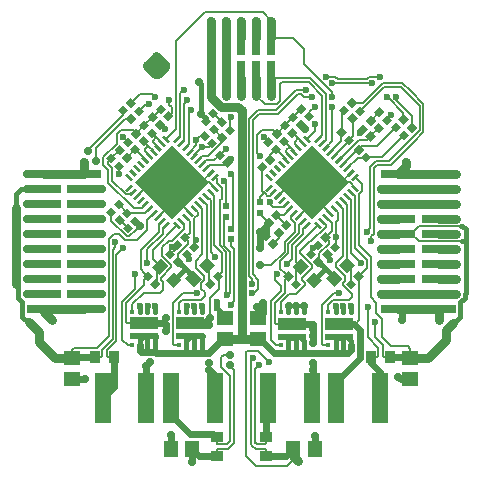
<source format=gtl>
G04 #@! TF.FileFunction,Copper,L1,Top,Signal*
%FSLAX46Y46*%
G04 Gerber Fmt 4.6, Leading zero omitted, Abs format (unit mm)*
G04 Created by KiCad (PCBNEW 4.1.0-alpha+201605071002+6776~44~ubuntu14.04.1-product) date Mon 25 Jul 2016 08:49:33 BST*
%MOMM*%
%LPD*%
G01*
G04 APERTURE LIST*
%ADD10C,0.100000*%
%ADD11R,0.450000X0.450000*%
%ADD12R,2.450000X1.036000*%
%ADD13R,2.450000X0.562000*%
%ADD14R,0.740000X2.920000*%
%ADD15R,0.950000X1.000000*%
%ADD16R,0.620000X0.620000*%
%ADD17R,1.000000X0.950000*%
%ADD18R,1.400000X4.200000*%
%ADD19R,2.920000X0.740000*%
%ADD20C,0.800000*%
%ADD21R,1.450000X1.150000*%
%ADD22R,1.150000X1.450000*%
%ADD23C,0.700000*%
%ADD24C,0.600000*%
%ADD25C,0.740000*%
%ADD26C,0.160000*%
%ADD27C,0.600000*%
%ADD28C,0.400000*%
%ADD29C,0.800000*%
G04 APERTURE END LIST*
D10*
D11*
X105275000Y-108786000D03*
X104625000Y-108786000D03*
X103325000Y-108786000D03*
X103975000Y-108786000D03*
X103325000Y-106014000D03*
X103975000Y-106014000D03*
X104625000Y-106014000D03*
X105275000Y-106014000D03*
D12*
X104300000Y-106966000D03*
D13*
X104300000Y-108071000D03*
D11*
X96650000Y-108772000D03*
X96000000Y-108772000D03*
X94700000Y-108772000D03*
X95350000Y-108772000D03*
X94700000Y-106000000D03*
X95350000Y-106000000D03*
X96000000Y-106000000D03*
X96650000Y-106000000D03*
D12*
X95675000Y-106952000D03*
D13*
X95675000Y-108057000D03*
D11*
X109275000Y-108786000D03*
X108625000Y-108786000D03*
X107325000Y-108786000D03*
X107975000Y-108786000D03*
X107325000Y-106014000D03*
X107975000Y-106014000D03*
X108625000Y-106014000D03*
X109275000Y-106014000D03*
D12*
X108300000Y-106966000D03*
D13*
X108300000Y-108071000D03*
D11*
X92700000Y-108772000D03*
X92050000Y-108772000D03*
X90750000Y-108772000D03*
X91400000Y-108772000D03*
X90750000Y-106000000D03*
X91400000Y-106000000D03*
X92050000Y-106000000D03*
X92700000Y-106000000D03*
D12*
X91725000Y-106952000D03*
D13*
X91725000Y-108057000D03*
D10*
G36*
X92856604Y-90818198D02*
X92418198Y-91256604D01*
X91979792Y-90818198D01*
X92418198Y-90379792D01*
X92856604Y-90818198D01*
X92856604Y-90818198D01*
G37*
G36*
X92220208Y-90181802D02*
X91781802Y-90620208D01*
X91343396Y-90181802D01*
X91781802Y-89743396D01*
X92220208Y-90181802D01*
X92220208Y-90181802D01*
G37*
G36*
X104756604Y-90818198D02*
X104318198Y-91256604D01*
X103879792Y-90818198D01*
X104318198Y-90379792D01*
X104756604Y-90818198D01*
X104756604Y-90818198D01*
G37*
G36*
X104120208Y-90181802D02*
X103681802Y-90620208D01*
X103243396Y-90181802D01*
X103681802Y-89743396D01*
X104120208Y-90181802D01*
X104120208Y-90181802D01*
G37*
G36*
X107918198Y-100043396D02*
X108356604Y-100481802D01*
X107918198Y-100920208D01*
X107479792Y-100481802D01*
X107918198Y-100043396D01*
X107918198Y-100043396D01*
G37*
G36*
X107281802Y-100679792D02*
X107720208Y-101118198D01*
X107281802Y-101556604D01*
X106843396Y-101118198D01*
X107281802Y-100679792D01*
X107281802Y-100679792D01*
G37*
G36*
X96018198Y-100043396D02*
X96456604Y-100481802D01*
X96018198Y-100920208D01*
X95579792Y-100481802D01*
X96018198Y-100043396D01*
X96018198Y-100043396D01*
G37*
G36*
X95381802Y-100679792D02*
X95820208Y-101118198D01*
X95381802Y-101556604D01*
X94943396Y-101118198D01*
X95381802Y-100679792D01*
X95381802Y-100679792D01*
G37*
G36*
X92743396Y-88781802D02*
X93181802Y-88343396D01*
X93620208Y-88781802D01*
X93181802Y-89220208D01*
X92743396Y-88781802D01*
X92743396Y-88781802D01*
G37*
G36*
X93379792Y-89418198D02*
X93818198Y-88979792D01*
X94256604Y-89418198D01*
X93818198Y-89856604D01*
X93379792Y-89418198D01*
X93379792Y-89418198D01*
G37*
D14*
X97460000Y-86215000D03*
X97460000Y-82785000D03*
X98730000Y-86215000D03*
X98730000Y-82785000D03*
X100000000Y-86215000D03*
X100000000Y-82785000D03*
X101270000Y-86215000D03*
X101270000Y-82785000D03*
X102540000Y-86215000D03*
X102540000Y-82785000D03*
D10*
G36*
X104643396Y-88781802D02*
X105081802Y-88343396D01*
X105520208Y-88781802D01*
X105081802Y-89220208D01*
X104643396Y-88781802D01*
X104643396Y-88781802D01*
G37*
G36*
X105279792Y-89418198D02*
X105718198Y-88979792D01*
X106156604Y-89418198D01*
X105718198Y-89856604D01*
X105279792Y-89418198D01*
X105279792Y-89418198D01*
G37*
D15*
X89200000Y-109800000D03*
X87600000Y-109800000D03*
D10*
G36*
X90381802Y-99356604D02*
X89943396Y-98918198D01*
X90381802Y-98479792D01*
X90820208Y-98918198D01*
X90381802Y-99356604D01*
X90381802Y-99356604D01*
G37*
G36*
X91018198Y-98720208D02*
X90579792Y-98281802D01*
X91018198Y-97843396D01*
X91456604Y-98281802D01*
X91018198Y-98720208D01*
X91018198Y-98720208D01*
G37*
G36*
X91318198Y-88543396D02*
X91756604Y-88981802D01*
X91318198Y-89420208D01*
X90879792Y-88981802D01*
X91318198Y-88543396D01*
X91318198Y-88543396D01*
G37*
G36*
X90681802Y-89179792D02*
X91120208Y-89618198D01*
X90681802Y-90056604D01*
X90243396Y-89618198D01*
X90681802Y-89179792D01*
X90681802Y-89179792D01*
G37*
G36*
X91456604Y-92218198D02*
X91018198Y-92656604D01*
X90579792Y-92218198D01*
X91018198Y-91779792D01*
X91456604Y-92218198D01*
X91456604Y-92218198D01*
G37*
G36*
X90820208Y-91581802D02*
X90381802Y-92020208D01*
X89943396Y-91581802D01*
X90381802Y-91143396D01*
X90820208Y-91581802D01*
X90820208Y-91581802D01*
G37*
G36*
X90618198Y-87843396D02*
X91056604Y-88281802D01*
X90618198Y-88720208D01*
X90179792Y-88281802D01*
X90618198Y-87843396D01*
X90618198Y-87843396D01*
G37*
G36*
X89981802Y-88479792D02*
X90420208Y-88918198D01*
X89981802Y-89356604D01*
X89543396Y-88918198D01*
X89981802Y-88479792D01*
X89981802Y-88479792D01*
G37*
G36*
X90756604Y-92918198D02*
X90318198Y-93356604D01*
X89879792Y-92918198D01*
X90318198Y-92479792D01*
X90756604Y-92918198D01*
X90756604Y-92918198D01*
G37*
G36*
X90120208Y-92281802D02*
X89681802Y-92720208D01*
X89243396Y-92281802D01*
X89681802Y-91843396D01*
X90120208Y-92281802D01*
X90120208Y-92281802D01*
G37*
D16*
X99100000Y-99850000D03*
X99100000Y-98950000D03*
D10*
G36*
X96981802Y-90256604D02*
X96543396Y-89818198D01*
X96981802Y-89379792D01*
X97420208Y-89818198D01*
X96981802Y-90256604D01*
X96981802Y-90256604D01*
G37*
G36*
X97618198Y-89620208D02*
X97179792Y-89181802D01*
X97618198Y-88743396D01*
X98056604Y-89181802D01*
X97618198Y-89620208D01*
X97618198Y-89620208D01*
G37*
D16*
X98700000Y-97950000D03*
X98700000Y-97050000D03*
D10*
G36*
X90643396Y-90881802D02*
X91081802Y-90443396D01*
X91520208Y-90881802D01*
X91081802Y-91320208D01*
X90643396Y-90881802D01*
X90643396Y-90881802D01*
G37*
G36*
X91279792Y-91518198D02*
X91718198Y-91079792D01*
X92156604Y-91518198D01*
X91718198Y-91956604D01*
X91279792Y-91518198D01*
X91279792Y-91518198D01*
G37*
D17*
X97900000Y-118200000D03*
X97900000Y-116600000D03*
X102100000Y-116600000D03*
X102100000Y-118200000D03*
D10*
G36*
X103138406Y-100200000D02*
X102700000Y-100638406D01*
X102261594Y-100200000D01*
X102700000Y-99761594D01*
X103138406Y-100200000D01*
X103138406Y-100200000D01*
G37*
G36*
X102502010Y-99563604D02*
X102063604Y-100002010D01*
X101625198Y-99563604D01*
X102063604Y-99125198D01*
X102502010Y-99563604D01*
X102502010Y-99563604D01*
G37*
G36*
X113081802Y-90756604D02*
X112643396Y-90318198D01*
X113081802Y-89879792D01*
X113520208Y-90318198D01*
X113081802Y-90756604D01*
X113081802Y-90756604D01*
G37*
G36*
X113718198Y-90120208D02*
X113279792Y-89681802D01*
X113718198Y-89243396D01*
X114156604Y-89681802D01*
X113718198Y-90120208D01*
X113718198Y-90120208D01*
G37*
G36*
X103356604Y-92218198D02*
X102918198Y-92656604D01*
X102479792Y-92218198D01*
X102918198Y-91779792D01*
X103356604Y-92218198D01*
X103356604Y-92218198D01*
G37*
G36*
X102720208Y-91581802D02*
X102281802Y-92020208D01*
X101843396Y-91581802D01*
X102281802Y-91143396D01*
X102720208Y-91581802D01*
X102720208Y-91581802D01*
G37*
G36*
X113781802Y-91456604D02*
X113343396Y-91018198D01*
X113781802Y-90579792D01*
X114220208Y-91018198D01*
X113781802Y-91456604D01*
X113781802Y-91456604D01*
G37*
G36*
X114418198Y-90820208D02*
X113979792Y-90381802D01*
X114418198Y-89943396D01*
X114856604Y-90381802D01*
X114418198Y-90820208D01*
X114418198Y-90820208D01*
G37*
G36*
X102418198Y-92643396D02*
X102856604Y-93081802D01*
X102418198Y-93520208D01*
X101979792Y-93081802D01*
X102418198Y-92643396D01*
X102418198Y-92643396D01*
G37*
G36*
X101781802Y-93279792D02*
X102220208Y-93718198D01*
X101781802Y-94156604D01*
X101343396Y-93718198D01*
X101781802Y-93279792D01*
X101781802Y-93279792D01*
G37*
G36*
X110036396Y-88525198D02*
X110474802Y-88963604D01*
X110036396Y-89402010D01*
X109597990Y-88963604D01*
X110036396Y-88525198D01*
X110036396Y-88525198D01*
G37*
G36*
X109400000Y-89161594D02*
X109838406Y-89600000D01*
X109400000Y-90038406D01*
X108961594Y-89600000D01*
X109400000Y-89161594D01*
X109400000Y-89161594D01*
G37*
G36*
X112756604Y-89718198D02*
X112318198Y-90156604D01*
X111879792Y-89718198D01*
X112318198Y-89279792D01*
X112756604Y-89718198D01*
X112756604Y-89718198D01*
G37*
G36*
X112120208Y-89081802D02*
X111681802Y-89520208D01*
X111243396Y-89081802D01*
X111681802Y-88643396D01*
X112120208Y-89081802D01*
X112120208Y-89081802D01*
G37*
G36*
X109336396Y-87825198D02*
X109774802Y-88263604D01*
X109336396Y-88702010D01*
X108897990Y-88263604D01*
X109336396Y-87825198D01*
X109336396Y-87825198D01*
G37*
G36*
X108700000Y-88461594D02*
X109138406Y-88900000D01*
X108700000Y-89338406D01*
X108261594Y-88900000D01*
X108700000Y-88461594D01*
X108700000Y-88461594D01*
G37*
D18*
X91950000Y-113300000D03*
X88250000Y-113300000D03*
X94050000Y-113300000D03*
X97750000Y-113300000D03*
X111750000Y-113300000D03*
X108050000Y-113300000D03*
D19*
X113285000Y-94285000D03*
X116715000Y-94285000D03*
X113285000Y-95555000D03*
X116715000Y-95555000D03*
X113285000Y-96825000D03*
X116715000Y-96825000D03*
X113285000Y-98095000D03*
X116715000Y-98095000D03*
X113285000Y-99365000D03*
X116715000Y-99365000D03*
X113285000Y-100635000D03*
X116715000Y-100635000D03*
X113285000Y-101905000D03*
X116715000Y-101905000D03*
X113285000Y-103175000D03*
X116715000Y-103175000D03*
X113285000Y-104445000D03*
X116715000Y-104445000D03*
X113285000Y-105715000D03*
X116715000Y-105715000D03*
X83285000Y-94285000D03*
X86715000Y-94285000D03*
X83285000Y-95555000D03*
X86715000Y-95555000D03*
X83285000Y-96825000D03*
X86715000Y-96825000D03*
X83285000Y-98095000D03*
X86715000Y-98095000D03*
X83285000Y-99365000D03*
X86715000Y-99365000D03*
X83285000Y-100635000D03*
X86715000Y-100635000D03*
X83285000Y-101905000D03*
X86715000Y-101905000D03*
X83285000Y-103175000D03*
X86715000Y-103175000D03*
X83285000Y-104445000D03*
X86715000Y-104445000D03*
X83285000Y-105715000D03*
X86715000Y-105715000D03*
D10*
G36*
X97900699Y-94204505D02*
X98077476Y-94381282D01*
X97582501Y-94876257D01*
X97405724Y-94699480D01*
X97900699Y-94204505D01*
X97900699Y-94204505D01*
G37*
G36*
X97547146Y-93850951D02*
X97723923Y-94027728D01*
X97228948Y-94522703D01*
X97052171Y-94345926D01*
X97547146Y-93850951D01*
X97547146Y-93850951D01*
G37*
G36*
X97193592Y-93497398D02*
X97370369Y-93674175D01*
X96875394Y-94169150D01*
X96698617Y-93992373D01*
X97193592Y-93497398D01*
X97193592Y-93497398D01*
G37*
G36*
X96840039Y-93143844D02*
X97016816Y-93320621D01*
X96521841Y-93815596D01*
X96345064Y-93638819D01*
X96840039Y-93143844D01*
X96840039Y-93143844D01*
G37*
G36*
X96486485Y-92790291D02*
X96663262Y-92967068D01*
X96168287Y-93462043D01*
X95991510Y-93285266D01*
X96486485Y-92790291D01*
X96486485Y-92790291D01*
G37*
G36*
X96132932Y-92436738D02*
X96309709Y-92613515D01*
X95814734Y-93108490D01*
X95637957Y-92931713D01*
X96132932Y-92436738D01*
X96132932Y-92436738D01*
G37*
G36*
X95779379Y-92083184D02*
X95956156Y-92259961D01*
X95461181Y-92754936D01*
X95284404Y-92578159D01*
X95779379Y-92083184D01*
X95779379Y-92083184D01*
G37*
G36*
X95425825Y-91729631D02*
X95602602Y-91906408D01*
X95107627Y-92401383D01*
X94930850Y-92224606D01*
X95425825Y-91729631D01*
X95425825Y-91729631D01*
G37*
G36*
X95072272Y-91376077D02*
X95249049Y-91552854D01*
X94754074Y-92047829D01*
X94577297Y-91871052D01*
X95072272Y-91376077D01*
X95072272Y-91376077D01*
G37*
G36*
X94718718Y-91022524D02*
X94895495Y-91199301D01*
X94400520Y-91694276D01*
X94223743Y-91517499D01*
X94718718Y-91022524D01*
X94718718Y-91022524D01*
G37*
G36*
X93481282Y-91022524D02*
X93976257Y-91517499D01*
X93799480Y-91694276D01*
X93304505Y-91199301D01*
X93481282Y-91022524D01*
X93481282Y-91022524D01*
G37*
G36*
X93127728Y-91376077D02*
X93622703Y-91871052D01*
X93445926Y-92047829D01*
X92950951Y-91552854D01*
X93127728Y-91376077D01*
X93127728Y-91376077D01*
G37*
G36*
X92774175Y-91729631D02*
X93269150Y-92224606D01*
X93092373Y-92401383D01*
X92597398Y-91906408D01*
X92774175Y-91729631D01*
X92774175Y-91729631D01*
G37*
G36*
X92420621Y-92083184D02*
X92915596Y-92578159D01*
X92738819Y-92754936D01*
X92243844Y-92259961D01*
X92420621Y-92083184D01*
X92420621Y-92083184D01*
G37*
G36*
X92067068Y-92436738D02*
X92562043Y-92931713D01*
X92385266Y-93108490D01*
X91890291Y-92613515D01*
X92067068Y-92436738D01*
X92067068Y-92436738D01*
G37*
G36*
X91713515Y-92790291D02*
X92208490Y-93285266D01*
X92031713Y-93462043D01*
X91536738Y-92967068D01*
X91713515Y-92790291D01*
X91713515Y-92790291D01*
G37*
G36*
X91359961Y-93143844D02*
X91854936Y-93638819D01*
X91678159Y-93815596D01*
X91183184Y-93320621D01*
X91359961Y-93143844D01*
X91359961Y-93143844D01*
G37*
G36*
X91006408Y-93497398D02*
X91501383Y-93992373D01*
X91324606Y-94169150D01*
X90829631Y-93674175D01*
X91006408Y-93497398D01*
X91006408Y-93497398D01*
G37*
G36*
X90652854Y-93850951D02*
X91147829Y-94345926D01*
X90971052Y-94522703D01*
X90476077Y-94027728D01*
X90652854Y-93850951D01*
X90652854Y-93850951D01*
G37*
G36*
X90299301Y-94204505D02*
X90794276Y-94699480D01*
X90617499Y-94876257D01*
X90122524Y-94381282D01*
X90299301Y-94204505D01*
X90299301Y-94204505D01*
G37*
G36*
X90617499Y-95123743D02*
X90794276Y-95300520D01*
X90299301Y-95795495D01*
X90122524Y-95618718D01*
X90617499Y-95123743D01*
X90617499Y-95123743D01*
G37*
G36*
X90971052Y-95477297D02*
X91147829Y-95654074D01*
X90652854Y-96149049D01*
X90476077Y-95972272D01*
X90971052Y-95477297D01*
X90971052Y-95477297D01*
G37*
G36*
X91324606Y-95830850D02*
X91501383Y-96007627D01*
X91006408Y-96502602D01*
X90829631Y-96325825D01*
X91324606Y-95830850D01*
X91324606Y-95830850D01*
G37*
G36*
X91678159Y-96184404D02*
X91854936Y-96361181D01*
X91359961Y-96856156D01*
X91183184Y-96679379D01*
X91678159Y-96184404D01*
X91678159Y-96184404D01*
G37*
G36*
X92031713Y-96537957D02*
X92208490Y-96714734D01*
X91713515Y-97209709D01*
X91536738Y-97032932D01*
X92031713Y-96537957D01*
X92031713Y-96537957D01*
G37*
G36*
X92385266Y-96891510D02*
X92562043Y-97068287D01*
X92067068Y-97563262D01*
X91890291Y-97386485D01*
X92385266Y-96891510D01*
X92385266Y-96891510D01*
G37*
G36*
X92738819Y-97245064D02*
X92915596Y-97421841D01*
X92420621Y-97916816D01*
X92243844Y-97740039D01*
X92738819Y-97245064D01*
X92738819Y-97245064D01*
G37*
G36*
X93092373Y-97598617D02*
X93269150Y-97775394D01*
X92774175Y-98270369D01*
X92597398Y-98093592D01*
X93092373Y-97598617D01*
X93092373Y-97598617D01*
G37*
G36*
X93445926Y-97952171D02*
X93622703Y-98128948D01*
X93127728Y-98623923D01*
X92950951Y-98447146D01*
X93445926Y-97952171D01*
X93445926Y-97952171D01*
G37*
G36*
X93799480Y-98305724D02*
X93976257Y-98482501D01*
X93481282Y-98977476D01*
X93304505Y-98800699D01*
X93799480Y-98305724D01*
X93799480Y-98305724D01*
G37*
G36*
X94400520Y-98305724D02*
X94895495Y-98800699D01*
X94718718Y-98977476D01*
X94223743Y-98482501D01*
X94400520Y-98305724D01*
X94400520Y-98305724D01*
G37*
G36*
X94754074Y-97952171D02*
X95249049Y-98447146D01*
X95072272Y-98623923D01*
X94577297Y-98128948D01*
X94754074Y-97952171D01*
X94754074Y-97952171D01*
G37*
G36*
X95107627Y-97598617D02*
X95602602Y-98093592D01*
X95425825Y-98270369D01*
X94930850Y-97775394D01*
X95107627Y-97598617D01*
X95107627Y-97598617D01*
G37*
G36*
X95461181Y-97245064D02*
X95956156Y-97740039D01*
X95779379Y-97916816D01*
X95284404Y-97421841D01*
X95461181Y-97245064D01*
X95461181Y-97245064D01*
G37*
G36*
X95814734Y-96891510D02*
X96309709Y-97386485D01*
X96132932Y-97563262D01*
X95637957Y-97068287D01*
X95814734Y-96891510D01*
X95814734Y-96891510D01*
G37*
G36*
X96168287Y-96537957D02*
X96663262Y-97032932D01*
X96486485Y-97209709D01*
X95991510Y-96714734D01*
X96168287Y-96537957D01*
X96168287Y-96537957D01*
G37*
G36*
X96521841Y-96184404D02*
X97016816Y-96679379D01*
X96840039Y-96856156D01*
X96345064Y-96361181D01*
X96521841Y-96184404D01*
X96521841Y-96184404D01*
G37*
G36*
X96875394Y-95830850D02*
X97370369Y-96325825D01*
X97193592Y-96502602D01*
X96698617Y-96007627D01*
X96875394Y-95830850D01*
X96875394Y-95830850D01*
G37*
G36*
X97228948Y-95477297D02*
X97723923Y-95972272D01*
X97547146Y-96149049D01*
X97052171Y-95654074D01*
X97228948Y-95477297D01*
X97228948Y-95477297D01*
G37*
G36*
X97582501Y-95123743D02*
X98077476Y-95618718D01*
X97900699Y-95795495D01*
X97405724Y-95300520D01*
X97582501Y-95123743D01*
X97582501Y-95123743D01*
G37*
D20*
X95839483Y-95000000D03*
X94969741Y-94130259D03*
X94100000Y-93260517D03*
X94969741Y-95869741D03*
X94100000Y-95000000D03*
X93230259Y-94130259D03*
X94100000Y-96739483D03*
X93230259Y-95869741D03*
X92360517Y-95000000D03*
D10*
G36*
X94100000Y-91874588D02*
X97225412Y-95000000D01*
X94100000Y-98125412D01*
X90974588Y-95000000D01*
X94100000Y-91874588D01*
X94100000Y-91874588D01*
G37*
G36*
X92444886Y-102151993D02*
X93151993Y-101444886D01*
X93823744Y-102116637D01*
X93116637Y-102823744D01*
X92444886Y-102151993D01*
X92444886Y-102151993D01*
G37*
G36*
X93576256Y-103283363D02*
X94283363Y-102576256D01*
X94955114Y-103248007D01*
X94248007Y-103955114D01*
X93576256Y-103283363D01*
X93576256Y-103283363D01*
G37*
G36*
X97048007Y-101344886D02*
X97755114Y-102051993D01*
X97083363Y-102723744D01*
X96376256Y-102016637D01*
X97048007Y-101344886D01*
X97048007Y-101344886D01*
G37*
G36*
X95916637Y-102476256D02*
X96623744Y-103183363D01*
X95951993Y-103855114D01*
X95244886Y-103148007D01*
X95916637Y-102476256D01*
X95916637Y-102476256D01*
G37*
G36*
X104344886Y-102151993D02*
X105051993Y-101444886D01*
X105723744Y-102116637D01*
X105016637Y-102823744D01*
X104344886Y-102151993D01*
X104344886Y-102151993D01*
G37*
G36*
X105476256Y-103283363D02*
X106183363Y-102576256D01*
X106855114Y-103248007D01*
X106148007Y-103955114D01*
X105476256Y-103283363D01*
X105476256Y-103283363D01*
G37*
G36*
X108948007Y-101344886D02*
X109655114Y-102051993D01*
X108983363Y-102723744D01*
X108276256Y-102016637D01*
X108948007Y-101344886D01*
X108948007Y-101344886D01*
G37*
G36*
X107816637Y-102476256D02*
X108523744Y-103183363D01*
X107851993Y-103855114D01*
X107144886Y-103148007D01*
X107816637Y-102476256D01*
X107816637Y-102476256D01*
G37*
D21*
X85700000Y-109900000D03*
X85700000Y-111700000D03*
D10*
G36*
X92043396Y-89481802D02*
X92481802Y-89043396D01*
X92920208Y-89481802D01*
X92481802Y-89920208D01*
X92043396Y-89481802D01*
X92043396Y-89481802D01*
G37*
G36*
X92679792Y-90118198D02*
X93118198Y-89679792D01*
X93556604Y-90118198D01*
X93118198Y-90556604D01*
X92679792Y-90118198D01*
X92679792Y-90118198D01*
G37*
G36*
X95218198Y-99243396D02*
X95656604Y-99681802D01*
X95218198Y-100120208D01*
X94779792Y-99681802D01*
X95218198Y-99243396D01*
X95218198Y-99243396D01*
G37*
G36*
X94581802Y-99879792D02*
X95020208Y-100318198D01*
X94581802Y-100756604D01*
X94143396Y-100318198D01*
X94581802Y-99879792D01*
X94581802Y-99879792D01*
G37*
G36*
X93156604Y-103618198D02*
X92718198Y-104056604D01*
X92279792Y-103618198D01*
X92718198Y-103179792D01*
X93156604Y-103618198D01*
X93156604Y-103618198D01*
G37*
G36*
X92520208Y-102981802D02*
X92081802Y-103420208D01*
X91643396Y-102981802D01*
X92081802Y-102543396D01*
X92520208Y-102981802D01*
X92520208Y-102981802D01*
G37*
G36*
X88543396Y-92981802D02*
X88981802Y-92543396D01*
X89420208Y-92981802D01*
X88981802Y-93420208D01*
X88543396Y-92981802D01*
X88543396Y-92981802D01*
G37*
G36*
X89179792Y-93618198D02*
X89618198Y-93179792D01*
X90056604Y-93618198D01*
X89618198Y-94056604D01*
X89179792Y-93618198D01*
X89179792Y-93618198D01*
G37*
G36*
X89618198Y-96443396D02*
X90056604Y-96881802D01*
X89618198Y-97320208D01*
X89179792Y-96881802D01*
X89618198Y-96443396D01*
X89618198Y-96443396D01*
G37*
G36*
X88981802Y-97079792D02*
X89420208Y-97518198D01*
X88981802Y-97956604D01*
X88543396Y-97518198D01*
X88981802Y-97079792D01*
X88981802Y-97079792D01*
G37*
G36*
X99256604Y-93318198D02*
X98818198Y-93756604D01*
X98379792Y-93318198D01*
X98818198Y-92879792D01*
X99256604Y-93318198D01*
X99256604Y-93318198D01*
G37*
G36*
X98620208Y-92681802D02*
X98181802Y-93120208D01*
X97743396Y-92681802D01*
X98181802Y-92243396D01*
X98620208Y-92681802D01*
X98620208Y-92681802D01*
G37*
D21*
X98600000Y-108300000D03*
X98600000Y-106500000D03*
D10*
G36*
X97956604Y-91718198D02*
X97518198Y-92156604D01*
X97079792Y-91718198D01*
X97518198Y-91279792D01*
X97956604Y-91718198D01*
X97956604Y-91718198D01*
G37*
G36*
X97320208Y-91081802D02*
X96881802Y-91520208D01*
X96443396Y-91081802D01*
X96881802Y-90643396D01*
X97320208Y-91081802D01*
X97320208Y-91081802D01*
G37*
G36*
X99018198Y-90143396D02*
X99456604Y-90581802D01*
X99018198Y-91020208D01*
X98579792Y-90581802D01*
X99018198Y-90143396D01*
X99018198Y-90143396D01*
G37*
G36*
X98381802Y-90779792D02*
X98820208Y-91218198D01*
X98381802Y-91656604D01*
X97943396Y-91218198D01*
X98381802Y-90779792D01*
X98381802Y-90779792D01*
G37*
G36*
X98318198Y-89443396D02*
X98756604Y-89881802D01*
X98318198Y-90320208D01*
X97879792Y-89881802D01*
X98318198Y-89443396D01*
X98318198Y-89443396D01*
G37*
G36*
X97681802Y-90079792D02*
X98120208Y-90518198D01*
X97681802Y-90956604D01*
X97243396Y-90518198D01*
X97681802Y-90079792D01*
X97681802Y-90079792D01*
G37*
G36*
X98018198Y-102543396D02*
X98456604Y-102981802D01*
X98018198Y-103420208D01*
X97579792Y-102981802D01*
X98018198Y-102543396D01*
X98018198Y-102543396D01*
G37*
G36*
X97381802Y-103179792D02*
X97820208Y-103618198D01*
X97381802Y-104056604D01*
X96943396Y-103618198D01*
X97381802Y-103179792D01*
X97381802Y-103179792D01*
G37*
D22*
X95800000Y-117600000D03*
X94000000Y-117600000D03*
D10*
G36*
X103943396Y-89481802D02*
X104381802Y-89043396D01*
X104820208Y-89481802D01*
X104381802Y-89920208D01*
X103943396Y-89481802D01*
X103943396Y-89481802D01*
G37*
G36*
X104579792Y-90118198D02*
X105018198Y-89679792D01*
X105456604Y-90118198D01*
X105018198Y-90556604D01*
X104579792Y-90118198D01*
X104579792Y-90118198D01*
G37*
G36*
X107118198Y-99243396D02*
X107556604Y-99681802D01*
X107118198Y-100120208D01*
X106679792Y-99681802D01*
X107118198Y-99243396D01*
X107118198Y-99243396D01*
G37*
G36*
X106481802Y-99879792D02*
X106920208Y-100318198D01*
X106481802Y-100756604D01*
X106043396Y-100318198D01*
X106481802Y-99879792D01*
X106481802Y-99879792D01*
G37*
G36*
X103818198Y-98193396D02*
X104256604Y-98631802D01*
X103818198Y-99070208D01*
X103379792Y-98631802D01*
X103818198Y-98193396D01*
X103818198Y-98193396D01*
G37*
G36*
X103181802Y-98829792D02*
X103620208Y-99268198D01*
X103181802Y-99706604D01*
X102743396Y-99268198D01*
X103181802Y-98829792D01*
X103181802Y-98829792D01*
G37*
G36*
X105056604Y-103618198D02*
X104618198Y-104056604D01*
X104179792Y-103618198D01*
X104618198Y-103179792D01*
X105056604Y-103618198D01*
X105056604Y-103618198D01*
G37*
G36*
X104420208Y-102981802D02*
X103981802Y-103420208D01*
X103543396Y-102981802D01*
X103981802Y-102543396D01*
X104420208Y-102981802D01*
X104420208Y-102981802D01*
G37*
D16*
X101600000Y-96700000D03*
X101600000Y-97600000D03*
D10*
G36*
X102968198Y-97343396D02*
X103406604Y-97781802D01*
X102968198Y-98220208D01*
X102529792Y-97781802D01*
X102968198Y-97343396D01*
X102968198Y-97343396D01*
G37*
G36*
X102331802Y-97979792D02*
X102770208Y-98418198D01*
X102331802Y-98856604D01*
X101893396Y-98418198D01*
X102331802Y-97979792D01*
X102331802Y-97979792D01*
G37*
G36*
X111006604Y-92868198D02*
X110568198Y-93306604D01*
X110129792Y-92868198D01*
X110568198Y-92429792D01*
X111006604Y-92868198D01*
X111006604Y-92868198D01*
G37*
G36*
X110370208Y-92231802D02*
X109931802Y-92670208D01*
X109493396Y-92231802D01*
X109931802Y-91793396D01*
X110370208Y-92231802D01*
X110370208Y-92231802D01*
G37*
D21*
X101400000Y-108300000D03*
X101400000Y-106500000D03*
D10*
G36*
X109556604Y-91418198D02*
X109118198Y-91856604D01*
X108679792Y-91418198D01*
X109118198Y-90979792D01*
X109556604Y-91418198D01*
X109556604Y-91418198D01*
G37*
G36*
X108920208Y-90781802D02*
X108481802Y-91220208D01*
X108043396Y-90781802D01*
X108481802Y-90343396D01*
X108920208Y-90781802D01*
X108920208Y-90781802D01*
G37*
G36*
X110543396Y-89781802D02*
X110981802Y-89343396D01*
X111420208Y-89781802D01*
X110981802Y-90220208D01*
X110543396Y-89781802D01*
X110543396Y-89781802D01*
G37*
G36*
X111179792Y-90418198D02*
X111618198Y-89979792D01*
X112056604Y-90418198D01*
X111618198Y-90856604D01*
X111179792Y-90418198D01*
X111179792Y-90418198D01*
G37*
D21*
X114300000Y-109900000D03*
X114300000Y-111700000D03*
D10*
G36*
X109800699Y-94204505D02*
X109977476Y-94381282D01*
X109482501Y-94876257D01*
X109305724Y-94699480D01*
X109800699Y-94204505D01*
X109800699Y-94204505D01*
G37*
G36*
X109447146Y-93850951D02*
X109623923Y-94027728D01*
X109128948Y-94522703D01*
X108952171Y-94345926D01*
X109447146Y-93850951D01*
X109447146Y-93850951D01*
G37*
G36*
X109093592Y-93497398D02*
X109270369Y-93674175D01*
X108775394Y-94169150D01*
X108598617Y-93992373D01*
X109093592Y-93497398D01*
X109093592Y-93497398D01*
G37*
G36*
X108740039Y-93143844D02*
X108916816Y-93320621D01*
X108421841Y-93815596D01*
X108245064Y-93638819D01*
X108740039Y-93143844D01*
X108740039Y-93143844D01*
G37*
G36*
X108386485Y-92790291D02*
X108563262Y-92967068D01*
X108068287Y-93462043D01*
X107891510Y-93285266D01*
X108386485Y-92790291D01*
X108386485Y-92790291D01*
G37*
G36*
X108032932Y-92436738D02*
X108209709Y-92613515D01*
X107714734Y-93108490D01*
X107537957Y-92931713D01*
X108032932Y-92436738D01*
X108032932Y-92436738D01*
G37*
G36*
X107679379Y-92083184D02*
X107856156Y-92259961D01*
X107361181Y-92754936D01*
X107184404Y-92578159D01*
X107679379Y-92083184D01*
X107679379Y-92083184D01*
G37*
G36*
X107325825Y-91729631D02*
X107502602Y-91906408D01*
X107007627Y-92401383D01*
X106830850Y-92224606D01*
X107325825Y-91729631D01*
X107325825Y-91729631D01*
G37*
G36*
X106972272Y-91376077D02*
X107149049Y-91552854D01*
X106654074Y-92047829D01*
X106477297Y-91871052D01*
X106972272Y-91376077D01*
X106972272Y-91376077D01*
G37*
G36*
X106618718Y-91022524D02*
X106795495Y-91199301D01*
X106300520Y-91694276D01*
X106123743Y-91517499D01*
X106618718Y-91022524D01*
X106618718Y-91022524D01*
G37*
G36*
X105381282Y-91022524D02*
X105876257Y-91517499D01*
X105699480Y-91694276D01*
X105204505Y-91199301D01*
X105381282Y-91022524D01*
X105381282Y-91022524D01*
G37*
G36*
X105027728Y-91376077D02*
X105522703Y-91871052D01*
X105345926Y-92047829D01*
X104850951Y-91552854D01*
X105027728Y-91376077D01*
X105027728Y-91376077D01*
G37*
G36*
X104674175Y-91729631D02*
X105169150Y-92224606D01*
X104992373Y-92401383D01*
X104497398Y-91906408D01*
X104674175Y-91729631D01*
X104674175Y-91729631D01*
G37*
G36*
X104320621Y-92083184D02*
X104815596Y-92578159D01*
X104638819Y-92754936D01*
X104143844Y-92259961D01*
X104320621Y-92083184D01*
X104320621Y-92083184D01*
G37*
G36*
X103967068Y-92436738D02*
X104462043Y-92931713D01*
X104285266Y-93108490D01*
X103790291Y-92613515D01*
X103967068Y-92436738D01*
X103967068Y-92436738D01*
G37*
G36*
X103613515Y-92790291D02*
X104108490Y-93285266D01*
X103931713Y-93462043D01*
X103436738Y-92967068D01*
X103613515Y-92790291D01*
X103613515Y-92790291D01*
G37*
G36*
X103259961Y-93143844D02*
X103754936Y-93638819D01*
X103578159Y-93815596D01*
X103083184Y-93320621D01*
X103259961Y-93143844D01*
X103259961Y-93143844D01*
G37*
G36*
X102906408Y-93497398D02*
X103401383Y-93992373D01*
X103224606Y-94169150D01*
X102729631Y-93674175D01*
X102906408Y-93497398D01*
X102906408Y-93497398D01*
G37*
G36*
X102552854Y-93850951D02*
X103047829Y-94345926D01*
X102871052Y-94522703D01*
X102376077Y-94027728D01*
X102552854Y-93850951D01*
X102552854Y-93850951D01*
G37*
G36*
X102199301Y-94204505D02*
X102694276Y-94699480D01*
X102517499Y-94876257D01*
X102022524Y-94381282D01*
X102199301Y-94204505D01*
X102199301Y-94204505D01*
G37*
G36*
X102517499Y-95123743D02*
X102694276Y-95300520D01*
X102199301Y-95795495D01*
X102022524Y-95618718D01*
X102517499Y-95123743D01*
X102517499Y-95123743D01*
G37*
G36*
X102871052Y-95477297D02*
X103047829Y-95654074D01*
X102552854Y-96149049D01*
X102376077Y-95972272D01*
X102871052Y-95477297D01*
X102871052Y-95477297D01*
G37*
G36*
X103224606Y-95830850D02*
X103401383Y-96007627D01*
X102906408Y-96502602D01*
X102729631Y-96325825D01*
X103224606Y-95830850D01*
X103224606Y-95830850D01*
G37*
G36*
X103578159Y-96184404D02*
X103754936Y-96361181D01*
X103259961Y-96856156D01*
X103083184Y-96679379D01*
X103578159Y-96184404D01*
X103578159Y-96184404D01*
G37*
G36*
X103931713Y-96537957D02*
X104108490Y-96714734D01*
X103613515Y-97209709D01*
X103436738Y-97032932D01*
X103931713Y-96537957D01*
X103931713Y-96537957D01*
G37*
G36*
X104285266Y-96891510D02*
X104462043Y-97068287D01*
X103967068Y-97563262D01*
X103790291Y-97386485D01*
X104285266Y-96891510D01*
X104285266Y-96891510D01*
G37*
G36*
X104638819Y-97245064D02*
X104815596Y-97421841D01*
X104320621Y-97916816D01*
X104143844Y-97740039D01*
X104638819Y-97245064D01*
X104638819Y-97245064D01*
G37*
G36*
X104992373Y-97598617D02*
X105169150Y-97775394D01*
X104674175Y-98270369D01*
X104497398Y-98093592D01*
X104992373Y-97598617D01*
X104992373Y-97598617D01*
G37*
G36*
X105345926Y-97952171D02*
X105522703Y-98128948D01*
X105027728Y-98623923D01*
X104850951Y-98447146D01*
X105345926Y-97952171D01*
X105345926Y-97952171D01*
G37*
G36*
X105699480Y-98305724D02*
X105876257Y-98482501D01*
X105381282Y-98977476D01*
X105204505Y-98800699D01*
X105699480Y-98305724D01*
X105699480Y-98305724D01*
G37*
G36*
X106300520Y-98305724D02*
X106795495Y-98800699D01*
X106618718Y-98977476D01*
X106123743Y-98482501D01*
X106300520Y-98305724D01*
X106300520Y-98305724D01*
G37*
G36*
X106654074Y-97952171D02*
X107149049Y-98447146D01*
X106972272Y-98623923D01*
X106477297Y-98128948D01*
X106654074Y-97952171D01*
X106654074Y-97952171D01*
G37*
G36*
X107007627Y-97598617D02*
X107502602Y-98093592D01*
X107325825Y-98270369D01*
X106830850Y-97775394D01*
X107007627Y-97598617D01*
X107007627Y-97598617D01*
G37*
G36*
X107361181Y-97245064D02*
X107856156Y-97740039D01*
X107679379Y-97916816D01*
X107184404Y-97421841D01*
X107361181Y-97245064D01*
X107361181Y-97245064D01*
G37*
G36*
X107714734Y-96891510D02*
X108209709Y-97386485D01*
X108032932Y-97563262D01*
X107537957Y-97068287D01*
X107714734Y-96891510D01*
X107714734Y-96891510D01*
G37*
G36*
X108068287Y-96537957D02*
X108563262Y-97032932D01*
X108386485Y-97209709D01*
X107891510Y-96714734D01*
X108068287Y-96537957D01*
X108068287Y-96537957D01*
G37*
G36*
X108421841Y-96184404D02*
X108916816Y-96679379D01*
X108740039Y-96856156D01*
X108245064Y-96361181D01*
X108421841Y-96184404D01*
X108421841Y-96184404D01*
G37*
G36*
X108775394Y-95830850D02*
X109270369Y-96325825D01*
X109093592Y-96502602D01*
X108598617Y-96007627D01*
X108775394Y-95830850D01*
X108775394Y-95830850D01*
G37*
G36*
X109128948Y-95477297D02*
X109623923Y-95972272D01*
X109447146Y-96149049D01*
X108952171Y-95654074D01*
X109128948Y-95477297D01*
X109128948Y-95477297D01*
G37*
G36*
X109482501Y-95123743D02*
X109977476Y-95618718D01*
X109800699Y-95795495D01*
X109305724Y-95300520D01*
X109482501Y-95123743D01*
X109482501Y-95123743D01*
G37*
D20*
X107739483Y-95000000D03*
X106869741Y-94130259D03*
X106000000Y-93260517D03*
X106869741Y-95869741D03*
X106000000Y-95000000D03*
X105130259Y-94130259D03*
X106000000Y-96739483D03*
X105130259Y-95869741D03*
X104260517Y-95000000D03*
D10*
G36*
X106000000Y-91874588D02*
X109125412Y-95000000D01*
X106000000Y-98125412D01*
X102874588Y-95000000D01*
X106000000Y-91874588D01*
X106000000Y-91874588D01*
G37*
D15*
X112600000Y-109800000D03*
X111000000Y-109800000D03*
D10*
G36*
X102543396Y-90881802D02*
X102981802Y-90443396D01*
X103420208Y-90881802D01*
X102981802Y-91320208D01*
X102543396Y-90881802D01*
X102543396Y-90881802D01*
G37*
G36*
X103179792Y-91518198D02*
X103618198Y-91079792D01*
X104056604Y-91518198D01*
X103618198Y-91956604D01*
X103179792Y-91518198D01*
X103179792Y-91518198D01*
G37*
D18*
X105950000Y-113300000D03*
X102250000Y-113300000D03*
D10*
G36*
X109918198Y-102543396D02*
X110356604Y-102981802D01*
X109918198Y-103420208D01*
X109479792Y-102981802D01*
X109918198Y-102543396D01*
X109918198Y-102543396D01*
G37*
G36*
X109281802Y-103179792D02*
X109720208Y-103618198D01*
X109281802Y-104056604D01*
X108843396Y-103618198D01*
X109281802Y-103179792D01*
X109281802Y-103179792D01*
G37*
G36*
X109843396Y-90481802D02*
X110281802Y-90043396D01*
X110720208Y-90481802D01*
X110281802Y-90920208D01*
X109843396Y-90481802D01*
X109843396Y-90481802D01*
G37*
G36*
X110479792Y-91118198D02*
X110918198Y-90679792D01*
X111356604Y-91118198D01*
X110918198Y-91556604D01*
X110479792Y-91118198D01*
X110479792Y-91118198D01*
G37*
D22*
X104400000Y-117600000D03*
X106200000Y-117600000D03*
D10*
G36*
X90318198Y-97143396D02*
X90756604Y-97581802D01*
X90318198Y-98020208D01*
X89879792Y-97581802D01*
X90318198Y-97143396D01*
X90318198Y-97143396D01*
G37*
G36*
X89681802Y-97779792D02*
X90120208Y-98218198D01*
X89681802Y-98656604D01*
X89243396Y-98218198D01*
X89681802Y-97779792D01*
X89681802Y-97779792D01*
G37*
G36*
X95056604Y-101718198D02*
X94618198Y-102156604D01*
X94179792Y-101718198D01*
X94618198Y-101279792D01*
X95056604Y-101718198D01*
X95056604Y-101718198D01*
G37*
G36*
X94420208Y-101081802D02*
X93981802Y-101520208D01*
X93543396Y-101081802D01*
X93981802Y-100643396D01*
X94420208Y-101081802D01*
X94420208Y-101081802D01*
G37*
G36*
X106956604Y-101718198D02*
X106518198Y-102156604D01*
X106079792Y-101718198D01*
X106518198Y-101279792D01*
X106956604Y-101718198D01*
X106956604Y-101718198D01*
G37*
G36*
X106320208Y-101081802D02*
X105881802Y-101520208D01*
X105443396Y-101081802D01*
X105881802Y-100643396D01*
X106320208Y-101081802D01*
X106320208Y-101081802D01*
G37*
G36*
X92876558Y-83985536D02*
X92922668Y-83992376D01*
X92967885Y-84003702D01*
X93011775Y-84019406D01*
X93053913Y-84039336D01*
X93093896Y-84063301D01*
X93131337Y-84091069D01*
X93165876Y-84122373D01*
X93837627Y-84794124D01*
X93868931Y-84828663D01*
X93896699Y-84866104D01*
X93920664Y-84906087D01*
X93940594Y-84948225D01*
X93956298Y-84992115D01*
X93967624Y-85037332D01*
X93974464Y-85083442D01*
X93976751Y-85130000D01*
X93974464Y-85176558D01*
X93967624Y-85222668D01*
X93956298Y-85267885D01*
X93940594Y-85311775D01*
X93920664Y-85353913D01*
X93896699Y-85393896D01*
X93868931Y-85431337D01*
X93837627Y-85465876D01*
X93165876Y-86137627D01*
X93131337Y-86168931D01*
X93093896Y-86196699D01*
X93053913Y-86220664D01*
X93011775Y-86240594D01*
X92967885Y-86256298D01*
X92922668Y-86267624D01*
X92876558Y-86274464D01*
X92830000Y-86276751D01*
X92783442Y-86274464D01*
X92737332Y-86267624D01*
X92692115Y-86256298D01*
X92648225Y-86240594D01*
X92606087Y-86220664D01*
X92566104Y-86196699D01*
X92528663Y-86168931D01*
X92494124Y-86137627D01*
X91822373Y-85465876D01*
X91791069Y-85431337D01*
X91763301Y-85393896D01*
X91739336Y-85353913D01*
X91719406Y-85311775D01*
X91703702Y-85267885D01*
X91692376Y-85222668D01*
X91685536Y-85176558D01*
X91683249Y-85130000D01*
X91685536Y-85083442D01*
X91692376Y-85037332D01*
X91703702Y-84992115D01*
X91719406Y-84948225D01*
X91739336Y-84906087D01*
X91763301Y-84866104D01*
X91791069Y-84828663D01*
X91822373Y-84794124D01*
X92494124Y-84122373D01*
X92528663Y-84091069D01*
X92566104Y-84063301D01*
X92606087Y-84039336D01*
X92648225Y-84019406D01*
X92692115Y-84003702D01*
X92737332Y-83992376D01*
X92783442Y-83985536D01*
X92830000Y-83983249D01*
X92876558Y-83985536D01*
X92876558Y-83985536D01*
G37*
D23*
X116700000Y-106700000D03*
X84000000Y-106700000D03*
X101600000Y-100600000D03*
X101600000Y-99200000D03*
X101800000Y-105250000D03*
X101350000Y-105600000D03*
X113900000Y-93300000D03*
X105400000Y-90500000D03*
X113300000Y-111500000D03*
X106200000Y-116500000D03*
X105280000Y-105510000D03*
X104630000Y-105510000D03*
X104000000Y-105500000D03*
D24*
X107990000Y-105510000D03*
X108630000Y-105510000D03*
X109280000Y-105510000D03*
X107500000Y-101550000D03*
X106050000Y-100550000D03*
X112700000Y-89300000D03*
X110003500Y-90862314D03*
X101900000Y-91200000D03*
D23*
X113640000Y-106660000D03*
X118180000Y-94290000D03*
X94000000Y-116400000D03*
X86800000Y-111700000D03*
D24*
X97960000Y-105140000D03*
X97960000Y-105690000D03*
X91400000Y-105490000D03*
X92060000Y-105490000D03*
X92700000Y-105490000D03*
X96650000Y-105490000D03*
X96000000Y-105500000D03*
X95360000Y-105490000D03*
X94100000Y-100500000D03*
X95600000Y-101500000D03*
D23*
X91400000Y-98700000D03*
X96400000Y-86500000D03*
X96600000Y-89200000D03*
D24*
X99100000Y-89500000D03*
D23*
X86700000Y-93300000D03*
D24*
X89600000Y-94300000D03*
X93500000Y-90500000D03*
X90000000Y-91200000D03*
D23*
X88180000Y-105720000D03*
X81820000Y-94290000D03*
D24*
X108020010Y-99680000D03*
X100016614Y-99900000D03*
X96130000Y-99910000D03*
D23*
X97460000Y-81320000D03*
X97460000Y-87680000D03*
X106100000Y-110900000D03*
X106100000Y-110300000D03*
X106100000Y-107400000D03*
X106100000Y-108000000D03*
X106100000Y-108600000D03*
D24*
X101600000Y-92800000D03*
X102400000Y-96700000D03*
D23*
X97300000Y-110900000D03*
X97300000Y-110300000D03*
X97300000Y-107100000D03*
X97303182Y-106502059D03*
D24*
X99100000Y-94300000D03*
X96694938Y-91994938D03*
X98500000Y-94900000D03*
X96157536Y-91457536D03*
X99100000Y-93000000D03*
X92700000Y-87800000D03*
X98700000Y-92200000D03*
X92162597Y-88337403D03*
D23*
X91900000Y-110600000D03*
X92300000Y-110200000D03*
X93600000Y-107600000D03*
X93600000Y-107100000D03*
X93600000Y-106500000D03*
D24*
X107700000Y-88600000D03*
X106200000Y-88600000D03*
X102978627Y-102742304D03*
X103850000Y-101950000D03*
X108300000Y-104400000D03*
X110100000Y-101850000D03*
X93900000Y-88000000D03*
X95700000Y-88900000D03*
X91000000Y-102800000D03*
X92000000Y-101800000D03*
X96200000Y-104400000D03*
X97800000Y-101300000D03*
D23*
X88180000Y-95550000D03*
X81820000Y-96820000D03*
X88180000Y-96830000D03*
X81820000Y-98090000D03*
X95800000Y-118700000D03*
X99000000Y-110500000D03*
D24*
X98790000Y-104580000D03*
D23*
X81820000Y-99370000D03*
X88180000Y-99370000D03*
X81820000Y-100630000D03*
X88180000Y-100630000D03*
X81820000Y-101910000D03*
X81820000Y-103180000D03*
X88180000Y-103180000D03*
X81820000Y-104440000D03*
X88180000Y-104450000D03*
X88180000Y-98100000D03*
X98730000Y-81320000D03*
X98730000Y-87680000D03*
X100000000Y-87680000D03*
X100000000Y-81320000D03*
X101270000Y-81320000D03*
X111820000Y-95550000D03*
X118180000Y-95560000D03*
X111820000Y-96830000D03*
X118180000Y-96830000D03*
X111820000Y-98090000D03*
X118180000Y-98090000D03*
X118180000Y-99360000D03*
X118180000Y-100630000D03*
X104800000Y-118600000D03*
X111820000Y-101900000D03*
D24*
X106000000Y-87800000D03*
X107700000Y-86600000D03*
X100950000Y-109850000D03*
X100900000Y-104350000D03*
D23*
X101600000Y-102050000D03*
D24*
X102300000Y-110200000D03*
X111100000Y-86600000D03*
X112300000Y-87800000D03*
D23*
X118180000Y-101900000D03*
X111820000Y-103180000D03*
X118180000Y-103180000D03*
X111820000Y-104440000D03*
X118180000Y-104440000D03*
D24*
X110748111Y-105600000D03*
X110600000Y-99200000D03*
X101500000Y-110500000D03*
X105500000Y-87200000D03*
X107162597Y-86062597D03*
X111700000Y-86100000D03*
X113099241Y-87760762D03*
X100900000Y-103589997D03*
D23*
X99000000Y-109600000D03*
D24*
X99110000Y-105360000D03*
X90000000Y-100600000D03*
D23*
X87050000Y-92400000D03*
X111820000Y-99360000D03*
D24*
X111300000Y-106800000D03*
X111000000Y-100000000D03*
D23*
X111820000Y-100640000D03*
D24*
X89300000Y-100100000D03*
D23*
X87650000Y-93200000D03*
X81820000Y-95560000D03*
X88180000Y-101900000D03*
D24*
X95100000Y-87200000D03*
D23*
X101270000Y-87690000D03*
D24*
X95400000Y-88000000D03*
D23*
X102540000Y-87690000D03*
D24*
X107700000Y-87800000D03*
X106200000Y-90100000D03*
D23*
X102540000Y-81320000D03*
D25*
X116715000Y-105715000D02*
X116715000Y-106685000D01*
X116715000Y-106685000D02*
X116700000Y-106700000D01*
X83285000Y-105715000D02*
X83285000Y-105985000D01*
X83285000Y-105985000D02*
X84000000Y-106700000D01*
D26*
X101600000Y-97600000D02*
X101600000Y-97686396D01*
X101600000Y-97686396D02*
X102331802Y-98418198D01*
D27*
X101600000Y-99200000D02*
X101600000Y-100600000D01*
X102063604Y-98686396D02*
X102063604Y-98736396D01*
X102063604Y-98736396D02*
X101600000Y-99200000D01*
X102331802Y-98418198D02*
X102063604Y-98686396D01*
X102063604Y-98686396D02*
X102063604Y-99563604D01*
X101800000Y-105250000D02*
X101800000Y-106100000D01*
X101800000Y-106100000D02*
X101400000Y-106500000D01*
X101400000Y-105650000D02*
X101800000Y-105250000D01*
X101400000Y-106500000D02*
X101400000Y-105650000D01*
X101400000Y-105650000D02*
X101350000Y-105600000D01*
D25*
X83285000Y-105715000D02*
X86715000Y-105715000D01*
X83285000Y-94285000D02*
X86715000Y-94285000D01*
X113285000Y-94285000D02*
X116715000Y-94285000D01*
X113285000Y-105715000D02*
X116715000Y-105715000D01*
D27*
X113640000Y-106660000D02*
X113640000Y-106070000D01*
X113640000Y-106070000D02*
X113285000Y-105715000D01*
D25*
X113900000Y-93300000D02*
X113900000Y-93670000D01*
X113900000Y-93670000D02*
X113285000Y-94285000D01*
D26*
X105018198Y-90118198D02*
X105400000Y-90500000D01*
D27*
X114300000Y-111700000D02*
X113500000Y-111700000D01*
X113500000Y-111700000D02*
X113300000Y-111500000D01*
X106200000Y-117600000D02*
X106200000Y-116500000D01*
D28*
X105275000Y-106014000D02*
X105275000Y-105515000D01*
X105275000Y-105515000D02*
X105280000Y-105510000D01*
X104625000Y-106014000D02*
X104625000Y-105515000D01*
X104625000Y-105515000D02*
X104630000Y-105510000D01*
X103975000Y-106014000D02*
X103975000Y-105525000D01*
X103975000Y-105525000D02*
X104000000Y-105500000D01*
X107975000Y-106014000D02*
X107975000Y-105525000D01*
X107975000Y-105525000D02*
X107990000Y-105510000D01*
X108625000Y-106014000D02*
X108625000Y-105515000D01*
X108625000Y-105515000D02*
X108630000Y-105510000D01*
X109275000Y-106014000D02*
X109275000Y-105515000D01*
X109275000Y-105515000D02*
X109280000Y-105510000D01*
D26*
X107281802Y-101118198D02*
X107281802Y-101331802D01*
X107281802Y-101331802D02*
X107500000Y-101550000D01*
X106100000Y-100700000D02*
X106481802Y-100318198D01*
X105881802Y-100918198D02*
X106100000Y-100700000D01*
X106100000Y-100700000D02*
X106100000Y-100600000D01*
X106100000Y-100600000D02*
X106050000Y-100550000D01*
X105881802Y-101081802D02*
X105881802Y-100918198D01*
X112318198Y-89718198D02*
X112318198Y-89681802D01*
X112318198Y-89681802D02*
X112700000Y-89300000D01*
X110281802Y-90481802D02*
X110281802Y-90584012D01*
X110281802Y-90584012D02*
X110003500Y-90862314D01*
X109288047Y-94186827D02*
X108474874Y-95000000D01*
X108474874Y-95000000D02*
X106000000Y-95000000D01*
X109641600Y-95459619D02*
X109181981Y-95000000D01*
X109181981Y-95000000D02*
X106000000Y-95000000D01*
X107520280Y-97580940D02*
X106678823Y-96739483D01*
X106678823Y-96739483D02*
X106000000Y-96739483D01*
X104833274Y-97934493D02*
X106000000Y-96767767D01*
X106000000Y-96767767D02*
X106000000Y-95000000D01*
X103065507Y-96166726D02*
X104232233Y-95000000D01*
X104232233Y-95000000D02*
X106000000Y-95000000D01*
X102281802Y-91581802D02*
X101900000Y-91200000D01*
D25*
X118180000Y-94290000D02*
X116720000Y-94290000D01*
X116720000Y-94290000D02*
X116715000Y-94285000D01*
D27*
X94000000Y-117600000D02*
X94000000Y-116400000D01*
X85700000Y-111700000D02*
X86800000Y-111700000D01*
D28*
X97960000Y-105690000D02*
X97960000Y-105140000D01*
X98600000Y-106500000D02*
X98600000Y-106330000D01*
X98600000Y-106330000D02*
X97960000Y-105690000D01*
X91400000Y-106000000D02*
X91400000Y-105490000D01*
X92050000Y-106000000D02*
X92050000Y-105500000D01*
X92050000Y-105500000D02*
X92060000Y-105490000D01*
X92700000Y-106000000D02*
X92700000Y-105490000D01*
X96650000Y-106000000D02*
X96650000Y-105490000D01*
X96000000Y-106000000D02*
X96000000Y-105500000D01*
X95350000Y-106000000D02*
X95350000Y-105500000D01*
X95350000Y-105500000D02*
X95360000Y-105490000D01*
D26*
X94363604Y-100700000D02*
X93981802Y-101081802D01*
X94581802Y-100481802D02*
X94363604Y-100700000D01*
X94300000Y-100700000D02*
X94100000Y-100500000D01*
X94363604Y-100700000D02*
X94300000Y-100700000D01*
X95381802Y-101118198D02*
X95381802Y-101281802D01*
X95381802Y-101281802D02*
X95600000Y-101500000D01*
X95381802Y-101118198D02*
X95418198Y-101118198D01*
X92933274Y-97934493D02*
X94100000Y-96767767D01*
X94100000Y-96767767D02*
X94100000Y-95000000D01*
X88981802Y-97518198D02*
X88981802Y-98296030D01*
X88981802Y-98296030D02*
X90282386Y-99596614D01*
X90282386Y-99596614D02*
X90503386Y-99596614D01*
X90503386Y-99596614D02*
X91050001Y-99049999D01*
X91050001Y-99049999D02*
X91400000Y-98700000D01*
X91018198Y-98281802D02*
X91018198Y-98318198D01*
X91018198Y-98318198D02*
X91400000Y-98700000D01*
D28*
X96600000Y-89200000D02*
X96600000Y-86700000D01*
X96600000Y-86700000D02*
X96400000Y-86500000D01*
X96981802Y-89818198D02*
X96981802Y-89581802D01*
X96981802Y-89581802D02*
X96600000Y-89200000D01*
D26*
X99018198Y-90581802D02*
X99018198Y-89581802D01*
X99018198Y-89581802D02*
X99100000Y-89500000D01*
X96981802Y-89818198D02*
X96881802Y-89818198D01*
X93981802Y-101081802D02*
X93981802Y-101118198D01*
D25*
X86715000Y-94285000D02*
X86715000Y-93315000D01*
X86715000Y-93315000D02*
X86700000Y-93300000D01*
D26*
X96881802Y-90018198D02*
X96856460Y-90018198D01*
X89618198Y-93618198D02*
X89618198Y-94281802D01*
X89618198Y-94281802D02*
X89600000Y-94300000D01*
X93118198Y-90118198D02*
X93500000Y-90500000D01*
X97388047Y-94186827D02*
X96574874Y-95000000D01*
X96574874Y-95000000D02*
X94100000Y-95000000D01*
X97741600Y-95459619D02*
X97281981Y-95000000D01*
X97281981Y-95000000D02*
X94100000Y-95000000D01*
X95620280Y-97580940D02*
X94100000Y-96060660D01*
X94100000Y-96060660D02*
X94100000Y-95000000D01*
X91165507Y-96166726D02*
X92332233Y-95000000D01*
X92332233Y-95000000D02*
X94100000Y-95000000D01*
X93118198Y-90118198D02*
X93118198Y-90081802D01*
X90381802Y-91581802D02*
X90000000Y-91200000D01*
X89618198Y-93618198D02*
X89618198Y-93881802D01*
D28*
X86715000Y-105715000D02*
X88175000Y-105715000D01*
X88175000Y-105715000D02*
X88180000Y-105720000D01*
X81820000Y-94290000D02*
X83280000Y-94290000D01*
X83280000Y-94290000D02*
X83285000Y-94285000D01*
D26*
X108300000Y-106966000D02*
X109685000Y-106966000D01*
X109685000Y-106966000D02*
X110000000Y-106651000D01*
X110000000Y-106651000D02*
X110000000Y-103063604D01*
X110000000Y-103063604D02*
X109918198Y-102981802D01*
D27*
X108300000Y-106966000D02*
X109529002Y-106966000D01*
X109529002Y-106966000D02*
X110064999Y-107501997D01*
X108050000Y-111900000D02*
X108050000Y-113300000D01*
X110064999Y-107501997D02*
X110064999Y-109885001D01*
X110064999Y-109885001D02*
X108050000Y-111900000D01*
D26*
X109605705Y-99944295D02*
X109605705Y-100556503D01*
X109605705Y-100556503D02*
X110640001Y-101590799D01*
X110640001Y-101590799D02*
X110640001Y-102259999D01*
X110208111Y-102691889D02*
X109918198Y-102981802D01*
X110640001Y-102259999D02*
X110208111Y-102691889D01*
X109288047Y-95813173D02*
X109606244Y-96131370D01*
X109606244Y-96131370D02*
X109606244Y-99943756D01*
X109606244Y-99943756D02*
X109605705Y-99944295D01*
X108965685Y-102034315D02*
X109239782Y-102308412D01*
X109239782Y-102308412D02*
X109239782Y-103576178D01*
X109239782Y-103576178D02*
X109281802Y-103618198D01*
X108580940Y-96520280D02*
X108965685Y-96905025D01*
X108965685Y-96905025D02*
X108965685Y-102034315D01*
X111681802Y-89081802D02*
X110981802Y-89781802D01*
X110918198Y-91118198D02*
X111618198Y-90418198D01*
X109953553Y-91400000D02*
X109961664Y-91408111D01*
X109961664Y-91408111D02*
X110628285Y-91408111D01*
X110628285Y-91408111D02*
X110918198Y-91118198D01*
X108227386Y-93126167D02*
X109953553Y-91400000D01*
D28*
X107100000Y-102300000D02*
X107834315Y-103034315D01*
X106518198Y-101718198D02*
X107100000Y-102300000D01*
D26*
X107100000Y-102300000D02*
X107100000Y-102331370D01*
D28*
X107100000Y-102331370D02*
X106165685Y-103265685D01*
D26*
X107834315Y-103034315D02*
X107834315Y-103165685D01*
X106603386Y-101018782D02*
X106581218Y-101018782D01*
X106581218Y-101018782D02*
X106560218Y-101039782D01*
X106560218Y-101039782D02*
X106560218Y-101676178D01*
X106560218Y-101676178D02*
X106518198Y-101718198D01*
X107118198Y-99681802D02*
X107408111Y-99971715D01*
X107408111Y-100214057D02*
X106603386Y-101018782D01*
X107408111Y-99971715D02*
X107408111Y-100214057D01*
X107166726Y-97934493D02*
X107700000Y-98467767D01*
X107700000Y-98467767D02*
X107700000Y-99100000D01*
X107700000Y-99100000D02*
X107408111Y-99391889D01*
X107408111Y-99391889D02*
X107118198Y-99681802D01*
X109118198Y-91418198D02*
X109408111Y-91128285D01*
X109408111Y-91128285D02*
X109408111Y-89608111D01*
X109408111Y-89608111D02*
X109400000Y-89600000D01*
X107873833Y-92772614D02*
X109118198Y-91528249D01*
X109118198Y-91528249D02*
X109118198Y-91418198D01*
X108481802Y-90781802D02*
X108481802Y-89118198D01*
X108481802Y-89118198D02*
X108700000Y-88900000D01*
X107520280Y-92419060D02*
X108400000Y-91539340D01*
X108400000Y-91539340D02*
X108400000Y-90863604D01*
X108400000Y-90863604D02*
X108481802Y-90781802D01*
D29*
X100016614Y-100600000D02*
X100016614Y-101150000D01*
X100016614Y-101150000D02*
X100016614Y-107800000D01*
D28*
X92700000Y-108772000D02*
X92700000Y-109378800D01*
X92700000Y-109378800D02*
X92688801Y-109389999D01*
D27*
X92688801Y-109389999D02*
X92000000Y-109389999D01*
X92000000Y-109389999D02*
X91510001Y-109389999D01*
D28*
X92050000Y-108772000D02*
X92050000Y-109339999D01*
X92050000Y-109339999D02*
X92000000Y-109389999D01*
D27*
X95400000Y-109457001D02*
X92755803Y-109457001D01*
X92755803Y-109457001D02*
X92688801Y-109389999D01*
X91510001Y-109389999D02*
X91435001Y-109314999D01*
X91435001Y-109314999D02*
X91435001Y-108772000D01*
D26*
X100120000Y-100496614D02*
X100016614Y-100600000D01*
D29*
X100016614Y-99900000D02*
X100016614Y-100600000D01*
D26*
X108020010Y-99680000D02*
X108020010Y-100379990D01*
X108020010Y-98379990D02*
X108020010Y-99680000D01*
D27*
X96000000Y-109457001D02*
X96600000Y-109457001D01*
X96600000Y-109457001D02*
X97242999Y-109457001D01*
D28*
X96650000Y-108772000D02*
X96650000Y-109407001D01*
X96650000Y-109407001D02*
X96600000Y-109457001D01*
D27*
X95400000Y-109457001D02*
X96000000Y-109457001D01*
D28*
X96000000Y-108772000D02*
X96000000Y-109457001D01*
X95350000Y-108772000D02*
X95350000Y-109407001D01*
X95350000Y-109407001D02*
X95400000Y-109457001D01*
D27*
X107800000Y-109475000D02*
X108600000Y-109475000D01*
X108600000Y-109475000D02*
X109025000Y-109475000D01*
D28*
X108625000Y-109411000D02*
X108600000Y-109436000D01*
X108600000Y-109436000D02*
X108600000Y-109475000D01*
X108625000Y-108786000D02*
X108625000Y-109411000D01*
D27*
X105300000Y-109475000D02*
X107800000Y-109475000D01*
D28*
X107975000Y-108786000D02*
X107975000Y-109300000D01*
X107975000Y-109300000D02*
X107800000Y-109475000D01*
D27*
X104500000Y-109475000D02*
X105300000Y-109475000D01*
D28*
X105275000Y-108786000D02*
X105275000Y-109411000D01*
X105275000Y-109411000D02*
X105300000Y-109436000D01*
X105300000Y-109436000D02*
X105300000Y-109475000D01*
D27*
X103900000Y-109475000D02*
X104500000Y-109475000D01*
D28*
X104625000Y-108786000D02*
X104625000Y-109411000D01*
X104625000Y-109411000D02*
X104561000Y-109475000D01*
X104561000Y-109475000D02*
X104500000Y-109475000D01*
D27*
X102725000Y-109475000D02*
X103900000Y-109475000D01*
D28*
X103975000Y-108786000D02*
X103975000Y-109411000D01*
X103975000Y-109411000D02*
X103911000Y-109475000D01*
X103911000Y-109475000D02*
X103900000Y-109475000D01*
D27*
X109025000Y-109475000D02*
X109275000Y-109225000D01*
X109275000Y-109225000D02*
X109275000Y-108786000D01*
X101400000Y-108300000D02*
X101550000Y-108300000D01*
X101550000Y-108300000D02*
X102725000Y-109475000D01*
D28*
X109275000Y-108425000D02*
X108921000Y-108071000D01*
X108921000Y-108071000D02*
X108300000Y-108071000D01*
X109275000Y-108786000D02*
X109275000Y-108425000D01*
X108625000Y-108786000D02*
X108625000Y-108396000D01*
X108625000Y-108396000D02*
X108300000Y-108071000D01*
X107975000Y-108786000D02*
X107975000Y-108396000D01*
X107975000Y-108396000D02*
X108300000Y-108071000D01*
X105275000Y-108425000D02*
X104921000Y-108071000D01*
X104921000Y-108071000D02*
X104300000Y-108071000D01*
X105275000Y-108786000D02*
X105275000Y-108425000D01*
X104625000Y-108786000D02*
X104625000Y-108396000D01*
X104625000Y-108396000D02*
X104300000Y-108071000D01*
X103975000Y-108786000D02*
X103975000Y-108396000D01*
X103975000Y-108396000D02*
X104300000Y-108071000D01*
D29*
X100016614Y-107800000D02*
X100016614Y-108300000D01*
X101400000Y-108300000D02*
X100016614Y-108300000D01*
D26*
X107873833Y-97227386D02*
X108192030Y-97545583D01*
X108192030Y-97545583D02*
X108192030Y-98207970D01*
X108192030Y-98207970D02*
X108020010Y-98379990D01*
X108020010Y-100379990D02*
X107918198Y-100481802D01*
D29*
X100016614Y-96400000D02*
X100016614Y-98483386D01*
X100016614Y-98483386D02*
X100016614Y-99900000D01*
X100016614Y-88916614D02*
X100016614Y-93500000D01*
X100016614Y-93500000D02*
X100016614Y-96400000D01*
D27*
X97242999Y-109457001D02*
X98400000Y-108300000D01*
X98400000Y-108300000D02*
X98600000Y-108300000D01*
D28*
X91400000Y-108772000D02*
X91400000Y-108382000D01*
X91400000Y-108382000D02*
X91725000Y-108057000D01*
X95350000Y-108350000D02*
X95382000Y-108350000D01*
X95382000Y-108350000D02*
X95675000Y-108057000D01*
X95350000Y-108772000D02*
X95350000Y-108350000D01*
X92700000Y-108772000D02*
X92700000Y-108147000D01*
X92730000Y-108117000D02*
X92730000Y-108057000D01*
X92700000Y-108147000D02*
X92730000Y-108117000D01*
D27*
X91725000Y-108057000D02*
X92090000Y-108057000D01*
D28*
X92050000Y-108772000D02*
X92050000Y-108097000D01*
X92050000Y-108097000D02*
X92090000Y-108057000D01*
D27*
X95675000Y-108057000D02*
X96010000Y-108057000D01*
D28*
X96000000Y-108772000D02*
X96000000Y-108067000D01*
X96000000Y-108067000D02*
X96010000Y-108057000D01*
X96650000Y-108772000D02*
X96650000Y-108117000D01*
X96650000Y-108117000D02*
X96710000Y-108057000D01*
D27*
X98357000Y-108057000D02*
X98600000Y-108300000D01*
D29*
X98600000Y-108300000D02*
X99916614Y-108300000D01*
X99916614Y-108300000D02*
X100016614Y-108200000D01*
D26*
X96018198Y-100481802D02*
X96018198Y-100021802D01*
X96018198Y-100021802D02*
X96130000Y-99910000D01*
X96018198Y-98900000D02*
X96018198Y-98017424D01*
X96018198Y-100481802D02*
X96018198Y-98900000D01*
X96018198Y-98900000D02*
X96018198Y-99798198D01*
X96018198Y-99798198D02*
X96130000Y-99910000D01*
X96018198Y-98017424D02*
X96292030Y-97743592D01*
X96292030Y-97743592D02*
X96292030Y-97545583D01*
X96292030Y-97545583D02*
X95973833Y-97227386D01*
D29*
X100000000Y-88900000D02*
X100016614Y-88916614D01*
X99710010Y-88610010D02*
X100000000Y-88900000D01*
X99614778Y-88610010D02*
X99710010Y-88610010D01*
X98313208Y-88610010D02*
X99614778Y-88610010D01*
X97460000Y-87756802D02*
X98313208Y-88610010D01*
X97460000Y-87680000D02*
X97460000Y-87756802D01*
D25*
X97460000Y-82785000D02*
X97460000Y-86215000D01*
X97460000Y-81320000D02*
X97460000Y-82785000D01*
X97460000Y-87680000D02*
X97460000Y-86215000D01*
D26*
X110568198Y-92868198D02*
X111931802Y-92868198D01*
X111931802Y-92868198D02*
X113781802Y-91018198D01*
X108934493Y-93833274D02*
X109857549Y-92910218D01*
X109857549Y-92910218D02*
X110526178Y-92910218D01*
X110526178Y-92910218D02*
X110568198Y-92868198D01*
X110221715Y-91941889D02*
X111458111Y-91941889D01*
X111458111Y-91941889D02*
X113081802Y-90318198D01*
X109931802Y-92231802D02*
X110221715Y-91941889D01*
X108580940Y-93479720D02*
X109828858Y-92231802D01*
X109828858Y-92231802D02*
X109931802Y-92231802D01*
X104126167Y-97227386D02*
X103571751Y-97781802D01*
X103571751Y-97781802D02*
X102968198Y-97781802D01*
X103818198Y-98631802D02*
X102968198Y-97781802D01*
X101781802Y-93718198D02*
X101781802Y-95717423D01*
X101781802Y-95717423D02*
X101782514Y-95718135D01*
X102064379Y-96000000D02*
X101964379Y-95900000D01*
X101964379Y-95900000D02*
X101782514Y-95718135D01*
X101600000Y-96700000D02*
X101600000Y-96230000D01*
X101600000Y-96230000D02*
X101930000Y-95900000D01*
X101930000Y-95900000D02*
X101964379Y-95900000D01*
X102195749Y-96131370D02*
X102064379Y-96000000D01*
X102393756Y-96131370D02*
X102195749Y-96131370D01*
X102711953Y-95813173D02*
X102393756Y-96131370D01*
X105034315Y-102134315D02*
X104660218Y-102508412D01*
X104660218Y-103576178D02*
X104618198Y-103618198D01*
X104660218Y-102508412D02*
X104660218Y-103576178D01*
X104830000Y-102338630D02*
X105034315Y-102134315D01*
X106459619Y-98641600D02*
X104627730Y-100473489D01*
X104627730Y-100473489D02*
X104627730Y-101727730D01*
X104627730Y-101727730D02*
X105034315Y-102134315D01*
D27*
X106100000Y-110900000D02*
X106100000Y-110300000D01*
X106100000Y-110900000D02*
X106100000Y-113150000D01*
X106100000Y-113150000D02*
X105950000Y-113300000D01*
X106100000Y-107000000D02*
X106100000Y-107400000D01*
X106100000Y-108000000D02*
X106100000Y-107400000D01*
X106100000Y-108000000D02*
X106100000Y-108600000D01*
X106066000Y-106966000D02*
X106100000Y-107000000D01*
X104300000Y-106966000D02*
X106066000Y-106966000D01*
D26*
X103691889Y-104355549D02*
X102859999Y-105187439D01*
X102859999Y-105187439D02*
X102859999Y-106910999D01*
X102859999Y-106910999D02*
X102915000Y-106966000D01*
X102915000Y-106966000D02*
X104300000Y-106966000D01*
X103981802Y-102981802D02*
X103691889Y-103271715D01*
X103691889Y-103271715D02*
X103691889Y-104355549D01*
X103987710Y-100208385D02*
X103987710Y-101013088D01*
X103309999Y-102309999D02*
X103691889Y-102691889D01*
X103987710Y-101013088D02*
X103309999Y-101690799D01*
X103309999Y-101690799D02*
X103309999Y-102309999D01*
X103691889Y-102691889D02*
X103981802Y-102981802D01*
X104868630Y-99327465D02*
X103987710Y-100208385D01*
X105186827Y-98288047D02*
X104868630Y-98606244D01*
X104868630Y-98606244D02*
X104868630Y-99327465D01*
X103181802Y-99268198D02*
X103181802Y-99718198D01*
X103181802Y-99718198D02*
X102700000Y-100200000D01*
X101359999Y-91725773D02*
X101359999Y-92559999D01*
X101359999Y-92559999D02*
X101600000Y-92800000D01*
X102500000Y-96900000D02*
X102500000Y-96800000D01*
X102500000Y-96800000D02*
X102400000Y-96700000D01*
X103772614Y-96873833D02*
X103550281Y-97096166D01*
X103550281Y-97096166D02*
X102696166Y-97096166D01*
X102696166Y-97096166D02*
X102500000Y-96900000D01*
X102691889Y-90591889D02*
X102981802Y-90881802D01*
X101708909Y-90591889D02*
X102691889Y-90591889D01*
X101359999Y-90940799D02*
X101400798Y-90900000D01*
X101400798Y-90900000D02*
X101708909Y-90591889D01*
X101359999Y-91725773D02*
X101359999Y-90940799D01*
X104381802Y-89481802D02*
X105081802Y-88781802D01*
X103681802Y-90181802D02*
X104381802Y-89481802D01*
X102981802Y-90881802D02*
X103681802Y-90181802D01*
X98018198Y-102981802D02*
X98080000Y-103043604D01*
X98080000Y-103043604D02*
X98080000Y-104030000D01*
X98080000Y-104030000D02*
X97303182Y-104806818D01*
X97303182Y-104806818D02*
X97303182Y-106502059D01*
D27*
X97750000Y-113300000D02*
X97750000Y-111350000D01*
X97750000Y-111350000D02*
X97300000Y-110900000D01*
X97300000Y-107100000D02*
X95823000Y-107100000D01*
X95823000Y-107100000D02*
X95675000Y-106952000D01*
X95675000Y-106952000D02*
X96853241Y-106952000D01*
X96853241Y-106952000D02*
X97303182Y-106502059D01*
D26*
X98018198Y-102981802D02*
X98060218Y-103023822D01*
X97388047Y-95813173D02*
X97705705Y-96130831D01*
X97705705Y-96130831D02*
X97705705Y-100356265D01*
X97705705Y-100356265D02*
X98379990Y-101030550D01*
X98379990Y-101030550D02*
X98379990Y-102620010D01*
X98379990Y-102620010D02*
X98018198Y-102981802D01*
X97381802Y-103618198D02*
X97300000Y-103536396D01*
X97300000Y-103536396D02*
X97300000Y-102268630D01*
X97300000Y-102268630D02*
X97065685Y-102034315D01*
X96680940Y-96520280D02*
X97065685Y-96905025D01*
X97065685Y-96905025D02*
X97065685Y-102034315D01*
X98318198Y-89881802D02*
X97618198Y-89181802D01*
X98381802Y-91218198D02*
X97681802Y-90518198D01*
X96327386Y-93126167D02*
X96645583Y-92807970D01*
X96645583Y-92807970D02*
X97206258Y-92807970D01*
X97206258Y-92807970D02*
X98381802Y-91632426D01*
X98381802Y-91632426D02*
X98381802Y-91218198D01*
D28*
X95200000Y-102300000D02*
X95934315Y-103034315D01*
X94618198Y-101718198D02*
X95200000Y-102300000D01*
D26*
X95200000Y-102300000D02*
X95200000Y-102331370D01*
D28*
X95200000Y-102331370D02*
X94265685Y-103265685D01*
D26*
X95934315Y-103034315D02*
X95934315Y-103165685D01*
X95618198Y-99281802D02*
X95218198Y-99681802D01*
X95218198Y-99681802D02*
X95508111Y-99971715D01*
X94660218Y-101061950D02*
X94660218Y-101676178D01*
X95508111Y-100214057D02*
X94660218Y-101061950D01*
X95508111Y-99971715D02*
X95508111Y-100214057D01*
X94660218Y-101676178D02*
X94618198Y-101718198D01*
X95266726Y-97934493D02*
X95618198Y-98285965D01*
X95618198Y-98285965D02*
X95618198Y-99281802D01*
X99300000Y-96000000D02*
X99300000Y-94500000D01*
X99300000Y-94500000D02*
X99100000Y-94300000D01*
X99300000Y-98800000D02*
X99300000Y-96000000D01*
X99100000Y-98950000D02*
X99150000Y-98950000D01*
X99150000Y-98950000D02*
X99300000Y-98800000D01*
X97518198Y-91718198D02*
X97241458Y-91994938D01*
X97241458Y-91994938D02*
X96694938Y-91994938D01*
X95973833Y-92772614D02*
X95973833Y-92716043D01*
X95973833Y-92716043D02*
X96694938Y-91994938D01*
X98700000Y-97050000D02*
X98700000Y-95100000D01*
X98700000Y-95100000D02*
X98500000Y-94900000D01*
X96881802Y-91081802D02*
X96533270Y-91081802D01*
X96533270Y-91081802D02*
X96157536Y-91457536D01*
X95620280Y-92419060D02*
X96157536Y-91881804D01*
X96157536Y-91881804D02*
X96157536Y-91457536D01*
X98818198Y-93318198D02*
X98818198Y-93281802D01*
X98818198Y-93281802D02*
X99100000Y-93000000D01*
X97034493Y-93833274D02*
X97352690Y-93515077D01*
X97352690Y-93515077D02*
X98621319Y-93515077D01*
X98621319Y-93515077D02*
X98818198Y-93318198D01*
X90618198Y-88281802D02*
X91399999Y-87500001D01*
X91399999Y-87500001D02*
X92400001Y-87500001D01*
X92400001Y-87500001D02*
X92700000Y-87800000D01*
X98181802Y-92681802D02*
X98218198Y-92681802D01*
X98218198Y-92681802D02*
X98700000Y-92200000D01*
X96680940Y-93479720D02*
X96999137Y-93161523D01*
X96999137Y-93161523D02*
X97702081Y-93161523D01*
X97702081Y-93161523D02*
X97891889Y-92971715D01*
X97891889Y-92971715D02*
X98181802Y-92681802D01*
X91318198Y-88981802D02*
X91962597Y-88337403D01*
X91962597Y-88337403D02*
X92162597Y-88337403D01*
X96680940Y-93479720D02*
X96737509Y-93479720D01*
X90318198Y-97581802D02*
X89618198Y-96881802D01*
X92226167Y-97227386D02*
X91871751Y-97581802D01*
X91871751Y-97581802D02*
X90318198Y-97581802D01*
X90811953Y-95813173D02*
X90589621Y-96035505D01*
X90589621Y-96035505D02*
X90199884Y-96035505D01*
X90199884Y-96035505D02*
X89059999Y-94895620D01*
X88691889Y-93469721D02*
X88691889Y-93271715D01*
X89059999Y-94895620D02*
X89059999Y-93837831D01*
X89059999Y-93837831D02*
X88691889Y-93469721D01*
X88691889Y-93271715D02*
X88981802Y-92981802D01*
X89681802Y-92281802D02*
X88981802Y-92981802D01*
X92490000Y-100711219D02*
X92490000Y-101490000D01*
X92490000Y-101490000D02*
X93134315Y-102134315D01*
X94559619Y-98641600D02*
X92490000Y-100711219D01*
X93134315Y-102134315D02*
X92879991Y-102388639D01*
X92879991Y-102388639D02*
X92879991Y-103456405D01*
X92879991Y-103456405D02*
X92718198Y-103618198D01*
X92983376Y-101983376D02*
X93134315Y-102134315D01*
D27*
X91725000Y-106952000D02*
X93452000Y-106952000D01*
X93452000Y-106952000D02*
X93600000Y-107100000D01*
X91900000Y-110600000D02*
X92300000Y-110200000D01*
X91900000Y-110600000D02*
X91900000Y-113250000D01*
X91900000Y-113250000D02*
X91950000Y-113300000D01*
X93600000Y-107600000D02*
X93600000Y-107100000D01*
D26*
X93000000Y-99234896D02*
X91459999Y-100774897D01*
X91459999Y-100774897D02*
X91459999Y-102359999D01*
X91459999Y-102359999D02*
X91791889Y-102691889D01*
X91791889Y-102691889D02*
X92081802Y-102981802D01*
X93286827Y-98288047D02*
X93000000Y-98574874D01*
X93000000Y-98574874D02*
X93000000Y-99234896D01*
X92081802Y-102981802D02*
X91791889Y-103271715D01*
X90340000Y-106952000D02*
X91725000Y-106952000D01*
X91791889Y-103271715D02*
X91791889Y-103691889D01*
X91791889Y-103691889D02*
X90250000Y-105233778D01*
X90250000Y-105233778D02*
X90250000Y-106862000D01*
X90250000Y-106862000D02*
X90340000Y-106952000D01*
X89681802Y-98218198D02*
X90381802Y-98918198D01*
X88739989Y-93970383D02*
X88303386Y-93533780D01*
X89808909Y-90591889D02*
X90791889Y-90591889D01*
X88303386Y-93533780D02*
X88303386Y-92882386D01*
X88303386Y-92882386D02*
X89459999Y-91725773D01*
X89459999Y-91725773D02*
X89459999Y-90940799D01*
X90791889Y-90591889D02*
X91081802Y-90881802D01*
X89459999Y-90940799D02*
X89808909Y-90591889D01*
X88739989Y-95028172D02*
X88739989Y-93970383D01*
X91872614Y-96873833D02*
X91554417Y-97192030D01*
X91554417Y-97192030D02*
X90903847Y-97192030D01*
X90903847Y-97192030D02*
X88739989Y-95028172D01*
X93181802Y-88781802D02*
X92481802Y-89481802D01*
X91781802Y-90181802D02*
X92481802Y-89481802D01*
X91081802Y-90881802D02*
X91781802Y-90181802D01*
X107166726Y-92065507D02*
X107700000Y-91532233D01*
X107700000Y-91532233D02*
X107700000Y-88600000D01*
X105718198Y-89418198D02*
X105718198Y-89081802D01*
X105718198Y-89081802D02*
X106200000Y-88600000D01*
X105186827Y-91686827D02*
X104800000Y-91300000D01*
X104800000Y-91300000D02*
X104318198Y-90818198D01*
X104500000Y-91732233D02*
X104500000Y-91600000D01*
X104500000Y-91600000D02*
X104800000Y-91300000D01*
X104833274Y-92065507D02*
X104500000Y-91732233D01*
X105186827Y-91711953D02*
X105186827Y-91686827D01*
X104479720Y-92379720D02*
X104100000Y-92000000D01*
X104100000Y-92000000D02*
X103618198Y-91518198D01*
X103800000Y-92446447D02*
X103800000Y-92300000D01*
X103800000Y-92300000D02*
X104100000Y-92000000D01*
X104126167Y-92772614D02*
X103800000Y-92446447D01*
X104479720Y-92419060D02*
X104479720Y-92379720D01*
X102418198Y-93081802D02*
X102418198Y-92718198D01*
X102418198Y-92718198D02*
X102918198Y-92218198D01*
X103772614Y-93126167D02*
X103772614Y-93072614D01*
X103772614Y-93072614D02*
X102918198Y-92218198D01*
X102539989Y-105054887D02*
X102539989Y-108385989D01*
X102539989Y-108385989D02*
X102940000Y-108786000D01*
X102940000Y-108786000D02*
X103325000Y-108786000D01*
X103371879Y-103796143D02*
X103371879Y-104222997D01*
X103371879Y-104222997D02*
X102539989Y-105054887D01*
X102850000Y-102850000D02*
X102850000Y-103274264D01*
X102850000Y-103274264D02*
X103371879Y-103796143D01*
X104307720Y-100340937D02*
X104307720Y-101492280D01*
X104307720Y-101492280D02*
X103850000Y-101950000D01*
X105222184Y-99426473D02*
X104307720Y-100340937D01*
X105540381Y-98641600D02*
X105222184Y-98959797D01*
X105222184Y-98959797D02*
X105222184Y-99426473D01*
X105400000Y-103546534D02*
X105400000Y-103709999D01*
X105400000Y-103709999D02*
X104659999Y-104450000D01*
X105150000Y-103296534D02*
X105400000Y-103546534D01*
X104050000Y-104450000D02*
X103325000Y-105175000D01*
X103325000Y-105175000D02*
X103325000Y-106014000D01*
X104659999Y-104450000D02*
X104050000Y-104450000D01*
X105150000Y-103100000D02*
X105150000Y-103296534D01*
X105963754Y-102286246D02*
X105150000Y-103100000D01*
X106813173Y-98288047D02*
X107131370Y-98606244D01*
X107131370Y-98804251D02*
X105925622Y-100009999D01*
X107131370Y-98606244D02*
X107131370Y-98804251D01*
X105925622Y-100009999D02*
X105790799Y-100009999D01*
X105790799Y-100009999D02*
X104950000Y-100850798D01*
X104950000Y-100850798D02*
X104950000Y-101003466D01*
X104950000Y-101003466D02*
X105963754Y-102017220D01*
X105963754Y-102017220D02*
X105963754Y-102286246D01*
X109400000Y-104500000D02*
X109196614Y-104296614D01*
X109196614Y-104296614D02*
X109182386Y-104296614D01*
X109182386Y-104296614D02*
X108603386Y-103717614D01*
X108603386Y-103717614D02*
X108603386Y-103518782D01*
X109400000Y-104700000D02*
X109400000Y-104500000D01*
X109130001Y-104969999D02*
X109400000Y-104700000D01*
X107730001Y-104969999D02*
X109130001Y-104969999D01*
X107730001Y-104969999D02*
X107325000Y-105375000D01*
X107325000Y-105375000D02*
X107325000Y-106014000D01*
X108763754Y-103358414D02*
X108603386Y-103518782D01*
X108036246Y-102186246D02*
X108763754Y-102913754D01*
X108763754Y-102913754D02*
X108763754Y-103358414D01*
X108596614Y-101253386D02*
X108036246Y-101813754D01*
X108036246Y-101813754D02*
X108036246Y-102186246D01*
X108227386Y-96873833D02*
X108596614Y-97243061D01*
X108596614Y-97243061D02*
X108596614Y-101253386D01*
X108300000Y-104400000D02*
X107847438Y-104400000D01*
X107847438Y-104400000D02*
X106834999Y-105412439D01*
X106834999Y-108680999D02*
X106940000Y-108786000D01*
X106834999Y-105412439D02*
X106834999Y-108680999D01*
X106940000Y-108786000D02*
X107325000Y-108786000D01*
X109285695Y-96772473D02*
X109285695Y-101035695D01*
X109285695Y-101035695D02*
X110100000Y-101850000D01*
X108934493Y-96166726D02*
X109285695Y-96517928D01*
X109285695Y-96517928D02*
X109285695Y-96772473D01*
X93900000Y-88000000D02*
X93900000Y-88424264D01*
X93900000Y-88424264D02*
X94108111Y-88632375D01*
X94108111Y-88632375D02*
X94108111Y-89128285D01*
X94108111Y-89128285D02*
X93818198Y-89418198D01*
X95266726Y-92065507D02*
X95584923Y-91747310D01*
X95584923Y-89015077D02*
X95700000Y-88900000D01*
X95584923Y-91747310D02*
X95584923Y-89015077D01*
X93286827Y-91686827D02*
X92800000Y-91200000D01*
X92800000Y-91200000D02*
X92418198Y-90818198D01*
X92500000Y-91632233D02*
X92500000Y-91500000D01*
X92500000Y-91500000D02*
X92800000Y-91200000D01*
X92933274Y-92065507D02*
X92500000Y-91632233D01*
X93286827Y-91711953D02*
X93286827Y-91686827D01*
X92579720Y-92379720D02*
X92100000Y-91900000D01*
X92100000Y-91900000D02*
X91718198Y-91518198D01*
X91800000Y-92346447D02*
X91800000Y-92200000D01*
X91800000Y-92200000D02*
X92100000Y-91900000D01*
X92226167Y-92772614D02*
X91800000Y-92346447D01*
X92579720Y-92419060D02*
X92579720Y-92379720D01*
X91018198Y-92218198D02*
X90318198Y-92918198D01*
X91872614Y-93126167D02*
X91872614Y-93072614D01*
X91872614Y-93072614D02*
X91018198Y-92218198D01*
X91000000Y-102800000D02*
X91000000Y-104031216D01*
X91000000Y-104031216D02*
X89929991Y-105101225D01*
X89929991Y-105101225D02*
X89929991Y-108336991D01*
X89929991Y-108336991D02*
X90365000Y-108772000D01*
X90365000Y-108772000D02*
X90750000Y-108772000D01*
X93640381Y-98641600D02*
X93322184Y-98959797D01*
X93322184Y-98959797D02*
X93322184Y-99365274D01*
X93322184Y-99365274D02*
X92000000Y-100687458D01*
X92000000Y-100687458D02*
X92000000Y-101800000D01*
X93200000Y-103246534D02*
X93400000Y-103446534D01*
X94913173Y-98288047D02*
X95135505Y-98510379D01*
X93150000Y-104350000D02*
X91740798Y-104350000D01*
X90750000Y-105340798D02*
X90750000Y-105615000D01*
X95135505Y-98510379D02*
X95135505Y-98986663D01*
X95135505Y-98986663D02*
X94162169Y-99959999D01*
X91740798Y-104350000D02*
X90750000Y-105340798D01*
X93400000Y-104100000D02*
X93150000Y-104350000D01*
X94162169Y-99959999D02*
X93840799Y-99959999D01*
X94063754Y-102216054D02*
X93200000Y-103079808D01*
X93840799Y-99959999D02*
X93303386Y-100497412D01*
X93303386Y-100497412D02*
X93303386Y-101256852D01*
X93200000Y-103079808D02*
X93200000Y-103246534D01*
X93400000Y-103446534D02*
X93400000Y-104100000D01*
X93303386Y-101256852D02*
X94063754Y-102017220D01*
X94063754Y-102017220D02*
X94063754Y-102216054D01*
X90750000Y-105615000D02*
X90750000Y-106000000D01*
X94969999Y-104940001D02*
X94700000Y-105210000D01*
X94700000Y-105210000D02*
X94700000Y-106000000D01*
X96900000Y-104606998D02*
X96566997Y-104940001D01*
X96566997Y-104940001D02*
X94969999Y-104940001D01*
X96900000Y-104300798D02*
X96900000Y-104606998D01*
X96600000Y-103546534D02*
X96600000Y-104000798D01*
X96600000Y-104000798D02*
X96900000Y-104300798D01*
X96863754Y-103282780D02*
X96600000Y-103546534D01*
X96863754Y-102963754D02*
X96863754Y-103282780D01*
X96136246Y-102236246D02*
X96863754Y-102963754D01*
X96696614Y-97243061D02*
X96696614Y-101103386D01*
X96327386Y-96873833D02*
X96696614Y-97243061D01*
X96136246Y-101663754D02*
X96136246Y-102236246D01*
X96696614Y-101103386D02*
X96136246Y-101663754D01*
X96200000Y-104400000D02*
X95057438Y-104400000D01*
X95057438Y-104400000D02*
X94209999Y-105247439D01*
X94209999Y-105247439D02*
X94209999Y-108709999D01*
X94209999Y-108709999D02*
X94272000Y-108772000D01*
X94272000Y-108772000D02*
X94315000Y-108772000D01*
X94315000Y-108772000D02*
X94700000Y-108772000D01*
X97385695Y-96517928D02*
X97385695Y-100885695D01*
X97385695Y-100885695D02*
X97800000Y-101300000D01*
X97034493Y-96166726D02*
X97385695Y-96517928D01*
D28*
X88180000Y-95550000D02*
X86720000Y-95550000D01*
X86720000Y-95550000D02*
X86715000Y-95555000D01*
X81820000Y-96820000D02*
X83280000Y-96820000D01*
X83280000Y-96820000D02*
X83285000Y-96825000D01*
X86715000Y-96825000D02*
X88175000Y-96825000D01*
X88175000Y-96825000D02*
X88180000Y-96830000D01*
X83285000Y-98095000D02*
X81825000Y-98095000D01*
X81825000Y-98095000D02*
X81820000Y-98090000D01*
D27*
X95800000Y-117600000D02*
X95800000Y-118700000D01*
X97900000Y-118200000D02*
X96400000Y-118200000D01*
X96400000Y-118200000D02*
X95800000Y-117600000D01*
D26*
X97900000Y-118200000D02*
X97900000Y-117600000D01*
X97900000Y-117600000D02*
X98900000Y-117600000D01*
X98900000Y-117600000D02*
X99376604Y-117123396D01*
X99376604Y-117123396D02*
X99376604Y-110876604D01*
X99376604Y-110876604D02*
X99000000Y-110500000D01*
X98790000Y-104580000D02*
X98790000Y-104400000D01*
X98790000Y-104400000D02*
X98700000Y-104310000D01*
X99056594Y-104380010D02*
X98989990Y-104380010D01*
X98989990Y-104380010D02*
X98790000Y-104580000D01*
X97741600Y-94540381D02*
X97900000Y-94698781D01*
X97900000Y-95100000D02*
X98317486Y-95517486D01*
X98149999Y-100347997D02*
X98700000Y-100897998D01*
X97900000Y-94698781D02*
X97900000Y-95100000D01*
X98317486Y-95517486D02*
X98317486Y-96382514D01*
X98317486Y-96382514D02*
X98315484Y-96382514D01*
X98315484Y-96382514D02*
X98149999Y-96547999D01*
X98700000Y-100897998D02*
X98700000Y-104310000D01*
X98149999Y-96547999D02*
X98149999Y-100347997D01*
X99056594Y-100896594D02*
X99056594Y-104380010D01*
X98549999Y-100352001D02*
X98549999Y-100389999D01*
X98549999Y-100389999D02*
X99056594Y-100896594D01*
X98700000Y-97950000D02*
X98549999Y-98100001D01*
X98549999Y-98100001D02*
X98549999Y-100352001D01*
D28*
X81820000Y-99370000D02*
X83280000Y-99370000D01*
X83280000Y-99370000D02*
X83285000Y-99365000D01*
X86715000Y-99365000D02*
X88175000Y-99365000D01*
X88175000Y-99365000D02*
X88180000Y-99370000D01*
X83285000Y-100635000D02*
X81825000Y-100635000D01*
X81825000Y-100635000D02*
X81820000Y-100630000D01*
X86715000Y-100635000D02*
X88175000Y-100635000D01*
X88175000Y-100635000D02*
X88180000Y-100630000D01*
X81820000Y-101910000D02*
X83280000Y-101910000D01*
X83280000Y-101910000D02*
X83285000Y-101905000D01*
X83285000Y-103175000D02*
X81825000Y-103175000D01*
X81825000Y-103175000D02*
X81820000Y-103180000D01*
X86715000Y-103175000D02*
X88175000Y-103175000D01*
X88175000Y-103175000D02*
X88180000Y-103180000D01*
X81820000Y-104440000D02*
X83280000Y-104440000D01*
X83280000Y-104440000D02*
X83285000Y-104445000D01*
X88180000Y-104450000D02*
X86720000Y-104450000D01*
X86720000Y-104450000D02*
X86715000Y-104445000D01*
X88180000Y-98100000D02*
X86720000Y-98100000D01*
X86720000Y-98100000D02*
X86715000Y-98095000D01*
D25*
X98730000Y-82785000D02*
X98730000Y-86215000D01*
X98730000Y-82785000D02*
X98730000Y-81320000D01*
X98730000Y-86215000D02*
X98730000Y-87680000D01*
X100000000Y-87680000D02*
X100000000Y-86215000D01*
X100000000Y-81320000D02*
X100000000Y-82785000D01*
X101270000Y-82785000D02*
X101270000Y-81320000D01*
X113285000Y-95555000D02*
X111825000Y-95555000D01*
X111825000Y-95555000D02*
X111820000Y-95550000D01*
X113285000Y-95555000D02*
X116715000Y-95555000D01*
X116715000Y-95555000D02*
X118175000Y-95555000D01*
X118175000Y-95555000D02*
X118180000Y-95560000D01*
X111820000Y-96830000D02*
X113280000Y-96830000D01*
X113280000Y-96830000D02*
X113285000Y-96825000D01*
X116715000Y-96825000D02*
X113285000Y-96825000D01*
X118180000Y-96830000D02*
X116720000Y-96830000D01*
X116720000Y-96830000D02*
X116715000Y-96825000D01*
X113285000Y-98095000D02*
X111825000Y-98095000D01*
X111825000Y-98095000D02*
X111820000Y-98090000D01*
X116715000Y-98095000D02*
X118175000Y-98095000D01*
X118175000Y-98095000D02*
X118180000Y-98090000D01*
X118180000Y-99360000D02*
X116720000Y-99360000D01*
X116720000Y-99360000D02*
X116715000Y-99365000D01*
X116715000Y-100635000D02*
X118175000Y-100635000D01*
X118175000Y-100635000D02*
X118180000Y-100630000D01*
X104400000Y-117600000D02*
X104400000Y-118200000D01*
X104400000Y-118200000D02*
X104800000Y-118600000D01*
X113285000Y-101905000D02*
X111825000Y-101905000D01*
X111825000Y-101905000D02*
X111820000Y-101900000D01*
D26*
X100900000Y-104350000D02*
X101100000Y-104350000D01*
X100976634Y-89775928D02*
X101532552Y-89220010D01*
X101100000Y-104350000D02*
X101440001Y-104009999D01*
X101440001Y-104009999D02*
X101440001Y-103253172D01*
X101440001Y-103253172D02*
X100976634Y-102789805D01*
X103085114Y-89220010D02*
X104785114Y-87520010D01*
X100976634Y-102789805D02*
X100976634Y-89775928D01*
X104785114Y-87520010D02*
X105020808Y-87520010D01*
X105020808Y-87520010D02*
X105300798Y-87800000D01*
X101532552Y-89220010D02*
X103085114Y-89220010D01*
X105300798Y-87800000D02*
X105575736Y-87800000D01*
X105575736Y-87800000D02*
X106000000Y-87800000D01*
X102100000Y-118200000D02*
X102100000Y-117700000D01*
X102100000Y-117700000D02*
X102000000Y-117600000D01*
X102000000Y-117600000D02*
X101200000Y-117600000D01*
X101200000Y-117600000D02*
X100900000Y-117300000D01*
X100900000Y-117300000D02*
X100779991Y-117179991D01*
X100779991Y-110020009D02*
X100950000Y-109850000D01*
X100779991Y-117179991D02*
X100779991Y-110020009D01*
X101600000Y-102050000D02*
X102498236Y-102050000D01*
X102498236Y-102050000D02*
X103667700Y-100880536D01*
X104161523Y-97899137D02*
X104479720Y-97580940D01*
X103667700Y-100880536D02*
X103667701Y-100075832D01*
X104548620Y-99194913D02*
X104548620Y-98484241D01*
X103667701Y-100075832D02*
X104548620Y-99194913D01*
X104548620Y-98484241D02*
X104161523Y-98097144D01*
X104161523Y-98097144D02*
X104161523Y-97899137D01*
X104400000Y-117600000D02*
X104400000Y-118485000D01*
X104400000Y-118485000D02*
X103885000Y-119000000D01*
X103885000Y-119000000D02*
X101200000Y-119000000D01*
X101200000Y-119000000D02*
X100400000Y-118200000D01*
X100400000Y-118200000D02*
X100400000Y-109400000D01*
X100400000Y-109400000D02*
X100500000Y-109300000D01*
X100500000Y-109300000D02*
X101400000Y-109300000D01*
X101400000Y-109300000D02*
X102300000Y-110200000D01*
X111100000Y-86600000D02*
X107700000Y-86600000D01*
X113718198Y-89681802D02*
X113718198Y-89143396D01*
X113718198Y-89143396D02*
X112374802Y-87800000D01*
X112374802Y-87800000D02*
X112300000Y-87800000D01*
D27*
X102100000Y-118200000D02*
X103800000Y-118200000D01*
X103800000Y-118200000D02*
X104400000Y-117600000D01*
D25*
X118180000Y-101900000D02*
X116720000Y-101900000D01*
X116720000Y-101900000D02*
X116715000Y-101905000D01*
X113285000Y-103175000D02*
X111825000Y-103175000D01*
X111825000Y-103175000D02*
X111820000Y-103180000D01*
X116715000Y-103175000D02*
X118175000Y-103175000D01*
X118175000Y-103175000D02*
X118180000Y-103180000D01*
X113285000Y-104445000D02*
X111825000Y-104445000D01*
X111825000Y-104445000D02*
X111820000Y-104440000D01*
X113285000Y-104445000D02*
X116715000Y-104445000D01*
X118180000Y-104440000D02*
X116720000Y-104440000D01*
X116720000Y-104440000D02*
X116715000Y-104445000D01*
D26*
X110748111Y-108148111D02*
X110748111Y-105600000D01*
X111600000Y-109700000D02*
X111600000Y-109000000D01*
X111600000Y-109000000D02*
X110748111Y-108148111D01*
X111500000Y-109800000D02*
X111600000Y-109700000D01*
X111000000Y-109800000D02*
X111500000Y-109800000D01*
X110889981Y-93677467D02*
X110889981Y-98910019D01*
X110889981Y-98910019D02*
X110600000Y-99200000D01*
X111400000Y-93200000D02*
X111367447Y-93200001D01*
X111367447Y-93200001D02*
X110889981Y-93677467D01*
X111400000Y-93200000D02*
X111367448Y-93200000D01*
X112500000Y-93200000D02*
X111400000Y-93200000D01*
X114200000Y-91500000D02*
X112500000Y-93200000D01*
X115096614Y-90603386D02*
X114200000Y-91500000D01*
X114100000Y-87520000D02*
X115096614Y-88516614D01*
X115096614Y-88516614D02*
X115096614Y-90603386D01*
X113490000Y-86910000D02*
X114100000Y-87520000D01*
X112090000Y-86910000D02*
X113490000Y-86910000D01*
X110036396Y-88963604D02*
X112090000Y-86910000D01*
D27*
X111000000Y-109800000D02*
X111000000Y-110300000D01*
X111750000Y-111050000D02*
X111750000Y-113300000D01*
X111000000Y-110300000D02*
X111750000Y-111050000D01*
D26*
X101183889Y-110816111D02*
X101183889Y-117083889D01*
X101183889Y-117083889D02*
X101200000Y-117100000D01*
X101183889Y-110816111D02*
X101500000Y-110500000D01*
X100900000Y-103589997D02*
X100900000Y-103165733D01*
X100900000Y-103165733D02*
X100656624Y-102922357D01*
X100656624Y-102922357D02*
X100656624Y-89643376D01*
X100656624Y-89643376D02*
X101400000Y-88900000D01*
X101400000Y-88900000D02*
X102952562Y-88900000D01*
X102952562Y-88900000D02*
X104652562Y-87200000D01*
X104652562Y-87200000D02*
X105500000Y-87200000D01*
X102100000Y-117100000D02*
X102100000Y-116600000D01*
X102100000Y-117100000D02*
X102000000Y-117200000D01*
X102000000Y-117200000D02*
X101300000Y-117200000D01*
X101300000Y-117200000D02*
X101200000Y-117100000D01*
X113100000Y-88072636D02*
X114418198Y-89390834D01*
X114418198Y-89390834D02*
X114418198Y-90381802D01*
X113099241Y-87760762D02*
X113100000Y-87761521D01*
X113100000Y-87761521D02*
X113100000Y-88072636D01*
X107162597Y-86062597D02*
X107337403Y-86062597D01*
X107337403Y-86062597D02*
X107340001Y-86059999D01*
X107340001Y-86059999D02*
X107959999Y-86059999D01*
X107959999Y-86059999D02*
X108179990Y-86279990D01*
X108179990Y-86279990D02*
X110620808Y-86279990D01*
X110620808Y-86279990D02*
X110840799Y-86059999D01*
X110840799Y-86059999D02*
X111659999Y-86059999D01*
X111659999Y-86059999D02*
X111700000Y-86100000D01*
D27*
X102100000Y-116600000D02*
X102100000Y-113450000D01*
X102100000Y-113450000D02*
X102250000Y-113300000D01*
D26*
X97900000Y-116600000D02*
X97900000Y-117200000D01*
X98300000Y-109805026D02*
X98505026Y-109600000D01*
X97900000Y-117200000D02*
X98800000Y-117200000D01*
X98800000Y-117200000D02*
X99056594Y-116943406D01*
X99056594Y-116943406D02*
X99056594Y-111429796D01*
X99056594Y-111429796D02*
X98300000Y-110673202D01*
X98300000Y-110673202D02*
X98300000Y-109805026D01*
X98505026Y-109600000D02*
X99000000Y-109600000D01*
D27*
X97900000Y-116600000D02*
X97614999Y-116314999D01*
X97614999Y-116314999D02*
X95664999Y-116314999D01*
X95664999Y-116314999D02*
X94050000Y-114700000D01*
X94050000Y-114700000D02*
X94050000Y-113300000D01*
D26*
X99376604Y-100646604D02*
X99376604Y-105093396D01*
X99376604Y-105093396D02*
X99110000Y-105360000D01*
X99100000Y-100320000D02*
X99100000Y-100370000D01*
X99100000Y-100370000D02*
X99376604Y-100646604D01*
X99100000Y-99850000D02*
X99100000Y-100320000D01*
X99100000Y-99850000D02*
X99250000Y-99850000D01*
X99250000Y-99850000D02*
X99300000Y-99900000D01*
X99100000Y-99850000D02*
X99100000Y-100023396D01*
X88700000Y-109800000D02*
X88600000Y-109700000D01*
X88600000Y-109700000D02*
X88600000Y-109227562D01*
X88600000Y-109227562D02*
X89420009Y-108407553D01*
X89200000Y-109800000D02*
X88700000Y-109800000D01*
X89420010Y-101179990D02*
X89420009Y-108407553D01*
D27*
X89200000Y-109800000D02*
X89200000Y-112350000D01*
X89200000Y-112350000D02*
X88250000Y-113300000D01*
D26*
X90000000Y-100600000D02*
X89420010Y-101179990D01*
X89981802Y-88918198D02*
X89981802Y-89327230D01*
X89981802Y-89327230D02*
X87050000Y-92259032D01*
X87050000Y-92259032D02*
X87050000Y-92400000D01*
D28*
X119000000Y-104400000D02*
X119000000Y-100000000D01*
X119000000Y-100000000D02*
X119000000Y-99000000D01*
X118700000Y-100000000D02*
X119000000Y-100000000D01*
X117900000Y-106900000D02*
X118008002Y-106900000D01*
X118008002Y-106900000D02*
X118535001Y-106373001D01*
X118910010Y-104789990D02*
X118910010Y-104489990D01*
X118535001Y-106373001D02*
X118535001Y-105164999D01*
X119000000Y-99000000D02*
X118705001Y-98705001D01*
X118535001Y-105164999D02*
X118910010Y-104789990D01*
X118910010Y-104489990D02*
X119000000Y-104400000D01*
X118705001Y-98705001D02*
X118594999Y-98705001D01*
D26*
X114375000Y-99365000D02*
X115034999Y-98705001D01*
X115034999Y-98705001D02*
X118594999Y-98705001D01*
X115010000Y-100000000D02*
X118700000Y-100000000D01*
X113285000Y-99365000D02*
X114375000Y-99365000D01*
X114375000Y-99365000D02*
X115010000Y-100000000D01*
D25*
X117300000Y-107500000D02*
X117900000Y-106900000D01*
X117300000Y-108365000D02*
X117300000Y-107500000D01*
X114300000Y-109900000D02*
X115765000Y-109900000D01*
X115765000Y-109900000D02*
X117300000Y-108365000D01*
X113285000Y-99365000D02*
X111825000Y-99365000D01*
X111825000Y-99365000D02*
X111820000Y-99360000D01*
D26*
X111300000Y-108100000D02*
X111300000Y-106800000D01*
X114100000Y-108900000D02*
X114300000Y-109100000D01*
X114300000Y-109100000D02*
X114300000Y-109900000D01*
X112700000Y-108900000D02*
X114100000Y-108900000D01*
X111907998Y-108107998D02*
X112700000Y-108900000D01*
X111907998Y-106600000D02*
X111907998Y-108107998D01*
X112000000Y-108800000D02*
X111300000Y-108100000D01*
X112000000Y-109700000D02*
X112000000Y-108800000D01*
X112100000Y-109800000D02*
X112000000Y-109700000D01*
X112600000Y-109800000D02*
X112100000Y-109800000D01*
X109641600Y-94540381D02*
X110217486Y-95116267D01*
X109926254Y-96009367D02*
X109926254Y-100326254D01*
X110217486Y-95116267D02*
X110217486Y-95718135D01*
X111400000Y-105200000D02*
X111400000Y-106092002D01*
X110217486Y-95718135D02*
X109926254Y-96009367D01*
X109926254Y-100326254D02*
X110960011Y-101360011D01*
X110960011Y-101360011D02*
X110960011Y-104760011D01*
X110960011Y-104760011D02*
X111400000Y-105200000D01*
X111400000Y-106092002D02*
X111907998Y-106600000D01*
X111500000Y-93520010D02*
X111220010Y-93800000D01*
X111000000Y-100000000D02*
X111000000Y-99575736D01*
X111000000Y-99575736D02*
X111209991Y-99365745D01*
X111209991Y-99365745D02*
X111209991Y-93810019D01*
X111209991Y-93810019D02*
X111220010Y-93800000D01*
X111100000Y-99900000D02*
X111000000Y-100000000D01*
X112632552Y-93520010D02*
X111500000Y-93520010D01*
X114576281Y-91576281D02*
X112632552Y-93520010D01*
X115416623Y-90735939D02*
X114576281Y-91576281D01*
X114326281Y-87293719D02*
X115416624Y-88384062D01*
X115416624Y-88384062D02*
X115416623Y-90735939D01*
X113622553Y-86589991D02*
X114326281Y-87293719D01*
X111957448Y-86589990D02*
X113622553Y-86589991D01*
X110283834Y-88263604D02*
X111957448Y-86589990D01*
X109336396Y-88263604D02*
X110283834Y-88263604D01*
D27*
X112600000Y-109800000D02*
X114200000Y-109800000D01*
X114200000Y-109800000D02*
X114300000Y-109900000D01*
D25*
X113285000Y-100635000D02*
X111825000Y-100635000D01*
X111825000Y-100635000D02*
X111820000Y-100640000D01*
D28*
X81464999Y-105135801D02*
X81464999Y-106373001D01*
X81464999Y-106373001D02*
X81891998Y-106800000D01*
X81891998Y-106800000D02*
X82000000Y-106800000D01*
X81109999Y-104780801D02*
X81464999Y-105135801D01*
X80900000Y-103600000D02*
X81109999Y-103809999D01*
X81109999Y-103809999D02*
X81109999Y-104780801D01*
D25*
X82900000Y-107700000D02*
X82000000Y-106800000D01*
X82900000Y-108565000D02*
X82900000Y-107700000D01*
X85700000Y-109900000D02*
X84235000Y-109900000D01*
X84235000Y-109900000D02*
X82900000Y-108565000D01*
X80900000Y-102000000D02*
X80900000Y-103600000D01*
X80900000Y-97200000D02*
X80900000Y-102000000D01*
D28*
X80900000Y-95985026D02*
X80900000Y-97200000D01*
X81820000Y-95560000D02*
X81325026Y-95560000D01*
X81325026Y-95560000D02*
X80900000Y-95985026D01*
D26*
X88200000Y-109700000D02*
X88200000Y-109175000D01*
X88200000Y-109175000D02*
X89100000Y-108275000D01*
X88100000Y-109800000D02*
X88200000Y-109700000D01*
X87600000Y-109800000D02*
X88100000Y-109800000D01*
X92579720Y-97580940D02*
X91990001Y-98170659D01*
X91990001Y-98170659D02*
X91990001Y-99050584D01*
X91990001Y-99050584D02*
X91123962Y-99916623D01*
X89200000Y-99400000D02*
X88770001Y-99829999D01*
X88770001Y-108029999D02*
X87800000Y-109000000D01*
X91123962Y-99916623D02*
X90116623Y-99916623D01*
X90116623Y-99916623D02*
X89600000Y-99400000D01*
X89600000Y-99400000D02*
X89200000Y-99400000D01*
X88770001Y-99829999D02*
X88770001Y-108029999D01*
X87800000Y-109000000D02*
X85865000Y-109000000D01*
X85865000Y-109000000D02*
X85700000Y-109165000D01*
X85700000Y-109165000D02*
X85700000Y-109900000D01*
D27*
X87600000Y-109800000D02*
X85800000Y-109800000D01*
X85800000Y-109800000D02*
X85700000Y-109900000D01*
D26*
X89100000Y-100724264D02*
X89100000Y-108275000D01*
X87600000Y-109775000D02*
X87600000Y-109800000D01*
X89300000Y-100100000D02*
X89300000Y-100524264D01*
X89300000Y-100524264D02*
X89100000Y-100724264D01*
X90681802Y-89618198D02*
X90143396Y-89618198D01*
X90143396Y-89618198D02*
X87650000Y-92111594D01*
X87650000Y-92111594D02*
X87650000Y-93200000D01*
D28*
X83285000Y-95555000D02*
X81825000Y-95555000D01*
X81825000Y-95555000D02*
X81820000Y-95560000D01*
X88180000Y-101900000D02*
X86720000Y-101900000D01*
X86720000Y-101900000D02*
X86715000Y-101905000D01*
D26*
X103000000Y-88400000D02*
X101980000Y-88400000D01*
X101980000Y-88400000D02*
X101270000Y-87690000D01*
X103300000Y-88100000D02*
X103000000Y-88400000D01*
X103300000Y-86700000D02*
X103300000Y-88100000D01*
X105682448Y-86535010D02*
X103464990Y-86535010D01*
X103464990Y-86535010D02*
X103300000Y-86700000D01*
X106811360Y-87663922D02*
X105682448Y-86535010D01*
X106811360Y-91006659D02*
X106811360Y-87663922D01*
X106459619Y-91358400D02*
X106811360Y-91006659D01*
X95100000Y-87200000D02*
X94816624Y-87483376D01*
X94816624Y-87483376D02*
X94816624Y-91083376D01*
X94816624Y-91083376D02*
X94559619Y-91340381D01*
X94559619Y-91340381D02*
X94559619Y-91358400D01*
D25*
X101270000Y-86215000D02*
X101270000Y-87690000D01*
D26*
X107131370Y-87531370D02*
X105815000Y-86215000D01*
X105815000Y-86215000D02*
X102540000Y-86215000D01*
X106813173Y-91711953D02*
X107131370Y-91393756D01*
X107131370Y-91393756D02*
X107131370Y-87531370D01*
X95400000Y-88000000D02*
X95400000Y-88100000D01*
X95400000Y-88100000D02*
X95136634Y-88363366D01*
X95136634Y-88363366D02*
X95136634Y-91488492D01*
X95136634Y-91488492D02*
X94913173Y-91711953D01*
D25*
X102540000Y-87690000D02*
X102540000Y-86215000D01*
D26*
X105540381Y-91358400D02*
X106200000Y-90698781D01*
X106200000Y-90698781D02*
X106200000Y-90100000D01*
X105300000Y-83700000D02*
X104385000Y-82785000D01*
X104385000Y-82785000D02*
X102540000Y-82785000D01*
X105300000Y-84975736D02*
X105300000Y-83700000D01*
X107700000Y-87800000D02*
X107700000Y-87375736D01*
X107700000Y-87375736D02*
X105300000Y-84975736D01*
X96900000Y-80600000D02*
X101820000Y-80600000D01*
X101820000Y-80600000D02*
X102540000Y-81320000D01*
X94496614Y-83003386D02*
X96900000Y-80600000D01*
X93640381Y-91358400D02*
X94496614Y-90502167D01*
X94496614Y-90502167D02*
X94496614Y-83003386D01*
D25*
X102540000Y-81320000D02*
X102540000Y-82785000D01*
D26*
X93640381Y-91358400D02*
X93640381Y-91340381D01*
M02*

</source>
